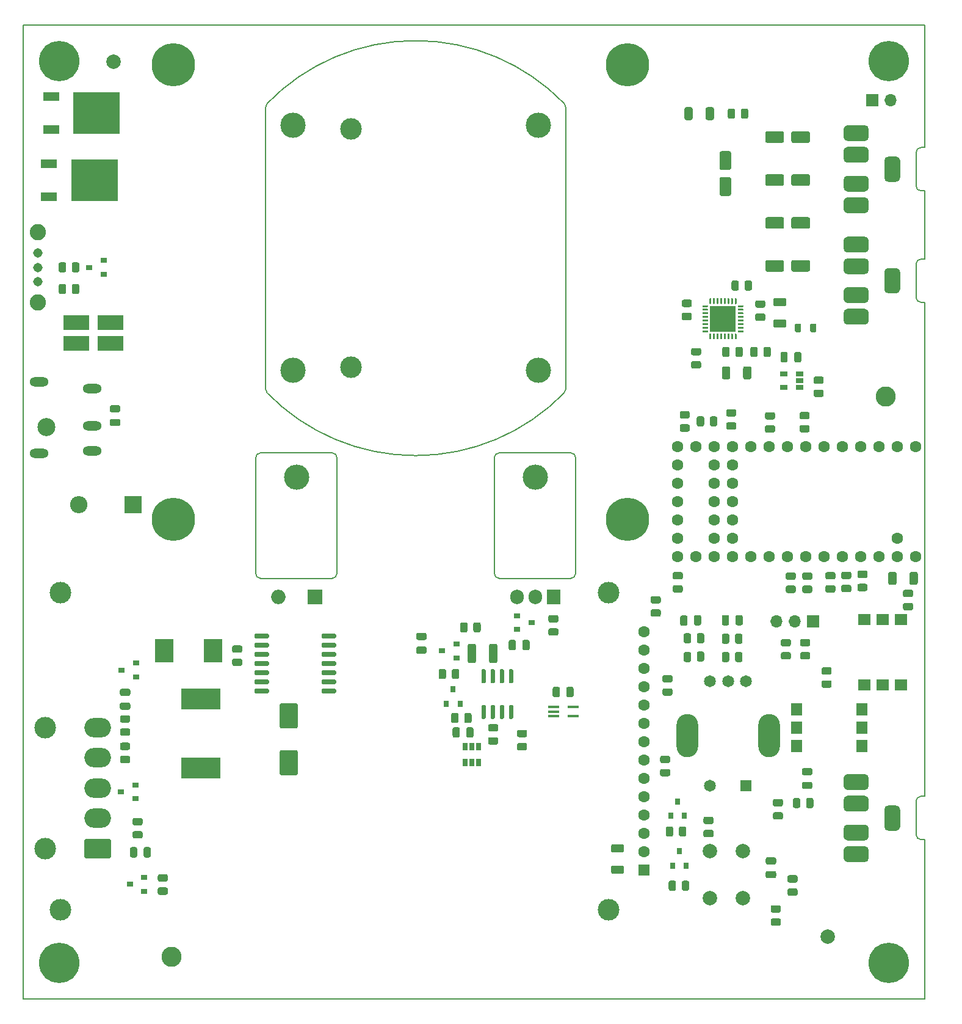
<source format=gbr>
%TF.GenerationSoftware,KiCad,Pcbnew,5.1.10-88a1d61d58~88~ubuntu20.04.1*%
%TF.CreationDate,2021-06-19T17:21:23-07:00*%
%TF.ProjectId,ultrablinky,756c7472-6162-46c6-996e-6b792e6b6963,B*%
%TF.SameCoordinates,Original*%
%TF.FileFunction,Soldermask,Top*%
%TF.FilePolarity,Negative*%
%FSLAX46Y46*%
G04 Gerber Fmt 4.6, Leading zero omitted, Abs format (unit mm)*
G04 Created by KiCad (PCBNEW 5.1.10-88a1d61d58~88~ubuntu20.04.1) date 2021-06-19 17:21:23*
%MOMM*%
%LPD*%
G01*
G04 APERTURE LIST*
%TA.AperFunction,Profile*%
%ADD10C,0.150000*%
%TD*%
%ADD11R,1.500000X0.400000*%
%ADD12R,1.780000X1.520000*%
%ADD13R,1.520000X1.780000*%
%ADD14C,3.000000*%
%ADD15O,3.700000X2.700000*%
%ADD16C,1.600000*%
%ADD17R,1.600000X1.600000*%
%ADD18O,2.400000X2.400000*%
%ADD19R,2.400000X2.400000*%
%ADD20R,0.900000X0.800000*%
%ADD21R,0.800000X0.900000*%
%ADD22O,2.616000X1.308000*%
%ADD23C,2.500000*%
%ADD24O,3.000000X6.000000*%
%ADD25C,1.650000*%
%ADD26R,1.650000X1.650000*%
%ADD27C,2.250000*%
%ADD28C,1.308000*%
%ADD29C,6.000000*%
%ADD30R,5.500000X3.000000*%
%ADD31O,2.000000X2.000000*%
%ADD32R,2.000000X2.000000*%
%ADD33O,3.500000X3.500000*%
%ADD34C,2.000000*%
%ADD35R,3.600000X3.600000*%
%ADD36R,1.060000X0.650000*%
%ADD37R,0.650000X1.060000*%
%ADD38C,2.800000*%
%ADD39O,1.905000X2.000000*%
%ADD40R,1.905000X2.000000*%
%ADD41R,6.400000X5.800000*%
%ADD42R,2.200000X1.200000*%
%ADD43O,1.700000X1.700000*%
%ADD44R,1.700000X1.700000*%
%ADD45C,5.600000*%
%ADD46R,3.660000X2.085000*%
%ADD47R,2.500000X3.300000*%
%ADD48C,3.500000*%
G04 APERTURE END LIST*
D10*
X178700000Y-142000000D02*
X178700000Y-164100000D01*
X178200000Y-142000000D02*
G75*
G02*
X177500000Y-141300000I0J700000D01*
G01*
X177500000Y-136700000D02*
G75*
G02*
X178200000Y-136000000I700000J0D01*
G01*
X177500000Y-136700000D02*
X177500000Y-141300000D01*
X178200000Y-142000000D02*
X178700000Y-142000000D01*
X178200000Y-136000000D02*
X178700000Y-136000000D01*
X178700000Y-67550000D02*
X178700000Y-136000000D01*
X178700000Y-61550000D02*
X178700000Y-52100000D01*
X177500000Y-62250000D02*
G75*
G02*
X178200000Y-61550000I700000J0D01*
G01*
X178200000Y-61550000D02*
X178700000Y-61550000D01*
X178200000Y-67550000D02*
G75*
G02*
X177500000Y-66850000I0J700000D01*
G01*
X178200000Y-67550000D02*
X178700000Y-67550000D01*
X177500000Y-62250000D02*
X177500000Y-66850000D01*
X178200000Y-52100000D02*
X178700000Y-52100000D01*
X178200000Y-46100000D02*
X178700000Y-46100000D01*
X177500000Y-46800000D02*
X177500000Y-51400000D01*
X178200000Y-52100000D02*
G75*
G02*
X177500000Y-51400000I0J700000D01*
G01*
X177500000Y-46800000D02*
G75*
G02*
X178200000Y-46100000I700000J0D01*
G01*
X87505025Y-80109975D02*
G75*
G02*
X87300000Y-79615000I494975J494975D01*
G01*
X128694975Y-39985025D02*
G75*
G02*
X128900000Y-40480000I-494975J-494975D01*
G01*
X87510025Y-39982025D02*
G75*
G03*
X87305000Y-40477000I494975J-494975D01*
G01*
X128694975Y-80104975D02*
G75*
G03*
X128900000Y-79610000I-494975J494975D01*
G01*
X130300000Y-105100000D02*
G75*
G02*
X129600000Y-105800000I-700000J0D01*
G01*
X119700000Y-105800000D02*
G75*
G02*
X119000000Y-105100000I0J700000D01*
G01*
X129600000Y-88400000D02*
G75*
G02*
X130300000Y-89100000I0J-700000D01*
G01*
X119000000Y-89100000D02*
G75*
G02*
X119700000Y-88400000I700000J0D01*
G01*
X85900000Y-89100000D02*
G75*
G02*
X86600000Y-88400000I700000J0D01*
G01*
X96500000Y-88400000D02*
G75*
G02*
X97200000Y-89100000I0J-700000D01*
G01*
X97200000Y-105100000D02*
G75*
G02*
X96500000Y-105800000I-700000J0D01*
G01*
X86600000Y-105800000D02*
G75*
G02*
X85900000Y-105100000I0J700000D01*
G01*
X119000000Y-105100000D02*
X119000000Y-89100000D01*
X129600000Y-105800000D02*
X119700000Y-105800000D01*
X129600000Y-88400000D02*
X119700000Y-88400000D01*
X130300000Y-105100000D02*
X130300000Y-89100000D01*
X96500000Y-105800000D02*
X86600000Y-105800000D01*
X97200000Y-105100000D02*
X97200000Y-89100000D01*
X96500000Y-88400000D02*
X86600000Y-88400000D01*
X85900000Y-105100000D02*
X85900000Y-89100000D01*
X128697474Y-80107415D02*
G75*
G02*
X87505025Y-80109975I-20597474J20107415D01*
G01*
X87300000Y-79615000D02*
X87305000Y-40477000D01*
X128900000Y-79610000D02*
X128900000Y-40480000D01*
X87508953Y-39980983D02*
G75*
G02*
X128694975Y-39985025I20591047J-20019017D01*
G01*
X53700000Y-29100000D02*
X178700000Y-29100000D01*
X53700000Y-164100000D02*
X178700000Y-164100000D01*
X178700000Y-46100000D02*
X178700000Y-29100000D01*
X53700000Y-164100000D02*
X53700000Y-29100000D01*
D11*
%TO.C,U7*%
X129930000Y-123600000D03*
X129930000Y-124900000D03*
X127270000Y-124900000D03*
X127270000Y-124250000D03*
X127270000Y-123600000D03*
%TD*%
%TO.C,C19*%
G36*
G01*
X108425000Y-115250000D02*
X109375000Y-115250000D01*
G75*
G02*
X109625000Y-115500000I0J-250000D01*
G01*
X109625000Y-116000000D01*
G75*
G02*
X109375000Y-116250000I-250000J0D01*
G01*
X108425000Y-116250000D01*
G75*
G02*
X108175000Y-116000000I0J250000D01*
G01*
X108175000Y-115500000D01*
G75*
G02*
X108425000Y-115250000I250000J0D01*
G01*
G37*
G36*
G01*
X108425000Y-113350000D02*
X109375000Y-113350000D01*
G75*
G02*
X109625000Y-113600000I0J-250000D01*
G01*
X109625000Y-114100000D01*
G75*
G02*
X109375000Y-114350000I-250000J0D01*
G01*
X108425000Y-114350000D01*
G75*
G02*
X108175000Y-114100000I0J250000D01*
G01*
X108175000Y-113600000D01*
G75*
G02*
X108425000Y-113350000I250000J0D01*
G01*
G37*
%TD*%
%TO.C,C23*%
G36*
G01*
X128100000Y-121075000D02*
X128100000Y-122025000D01*
G75*
G02*
X127850000Y-122275000I-250000J0D01*
G01*
X127350000Y-122275000D01*
G75*
G02*
X127100000Y-122025000I0J250000D01*
G01*
X127100000Y-121075000D01*
G75*
G02*
X127350000Y-120825000I250000J0D01*
G01*
X127850000Y-120825000D01*
G75*
G02*
X128100000Y-121075000I0J-250000D01*
G01*
G37*
G36*
G01*
X130000000Y-121075000D02*
X130000000Y-122025000D01*
G75*
G02*
X129750000Y-122275000I-250000J0D01*
G01*
X129250000Y-122275000D01*
G75*
G02*
X129000000Y-122025000I0J250000D01*
G01*
X129000000Y-121075000D01*
G75*
G02*
X129250000Y-120825000I250000J0D01*
G01*
X129750000Y-120825000D01*
G75*
G02*
X130000000Y-121075000I0J-250000D01*
G01*
G37*
%TD*%
%TO.C,C12*%
G36*
G01*
X160600000Y-75625000D02*
X160600000Y-74675000D01*
G75*
G02*
X160850000Y-74425000I250000J0D01*
G01*
X161350000Y-74425000D01*
G75*
G02*
X161600000Y-74675000I0J-250000D01*
G01*
X161600000Y-75625000D01*
G75*
G02*
X161350000Y-75875000I-250000J0D01*
G01*
X160850000Y-75875000D01*
G75*
G02*
X160600000Y-75625000I0J250000D01*
G01*
G37*
G36*
G01*
X158700000Y-75625000D02*
X158700000Y-74675000D01*
G75*
G02*
X158950000Y-74425000I250000J0D01*
G01*
X159450000Y-74425000D01*
G75*
G02*
X159700000Y-74675000I0J-250000D01*
G01*
X159700000Y-75625000D01*
G75*
G02*
X159450000Y-75875000I-250000J0D01*
G01*
X158950000Y-75875000D01*
G75*
G02*
X158700000Y-75625000I0J250000D01*
G01*
G37*
%TD*%
D12*
%TO.C,U4*%
X170335000Y-111515000D03*
X175415000Y-111515000D03*
X172875000Y-111515000D03*
X170335000Y-120535000D03*
X175415000Y-120535000D03*
X172875000Y-120535000D03*
%TD*%
D13*
%TO.C,U8*%
X160940000Y-129040000D03*
X160940000Y-123960000D03*
X160940000Y-126500000D03*
X169960000Y-129040000D03*
X169960000Y-123960000D03*
X169960000Y-126500000D03*
%TD*%
D14*
%TO.C,J7*%
X56684000Y-126456000D03*
X56684000Y-143256000D03*
D15*
X63984000Y-126456000D03*
X63984000Y-130656000D03*
X63984000Y-134856000D03*
X63984000Y-139056000D03*
G36*
G01*
X65583999Y-144606000D02*
X62384001Y-144606000D01*
G75*
G02*
X62134000Y-144355999I0J250001D01*
G01*
X62134000Y-142156001D01*
G75*
G02*
X62384001Y-141906000I250001J0D01*
G01*
X65583999Y-141906000D01*
G75*
G02*
X65834000Y-142156001I0J-250001D01*
G01*
X65834000Y-144355999D01*
G75*
G02*
X65583999Y-144606000I-250001J0D01*
G01*
G37*
%TD*%
D14*
%TO.C,DISP1*%
X58800000Y-107740000D03*
X58800000Y-151740000D03*
X134880000Y-107740000D03*
X134880000Y-151740000D03*
D16*
X139800000Y-113230000D03*
X139800000Y-115770000D03*
X139800000Y-118310000D03*
X139800000Y-120850000D03*
X139800000Y-123390000D03*
X139800000Y-125930000D03*
X139800000Y-128470000D03*
X139800000Y-131010000D03*
X139800000Y-133550000D03*
X139800000Y-136090000D03*
X139800000Y-138630000D03*
X139800000Y-141170000D03*
X139800000Y-143710000D03*
D17*
X139800000Y-146250000D03*
%TD*%
%TO.C,C20*%
G36*
G01*
X122000000Y-114575000D02*
X122000000Y-115525000D01*
G75*
G02*
X121750000Y-115775000I-250000J0D01*
G01*
X121250000Y-115775000D01*
G75*
G02*
X121000000Y-115525000I0J250000D01*
G01*
X121000000Y-114575000D01*
G75*
G02*
X121250000Y-114325000I250000J0D01*
G01*
X121750000Y-114325000D01*
G75*
G02*
X122000000Y-114575000I0J-250000D01*
G01*
G37*
G36*
G01*
X123900000Y-114575000D02*
X123900000Y-115525000D01*
G75*
G02*
X123650000Y-115775000I-250000J0D01*
G01*
X123150000Y-115775000D01*
G75*
G02*
X122900000Y-115525000I0J250000D01*
G01*
X122900000Y-114575000D01*
G75*
G02*
X123150000Y-114325000I250000J0D01*
G01*
X123650000Y-114325000D01*
G75*
G02*
X123900000Y-114575000I0J-250000D01*
G01*
G37*
%TD*%
D18*
%TO.C,C31*%
X61400000Y-95550000D03*
D19*
X68900000Y-95550000D03*
%TD*%
%TO.C,R15*%
G36*
G01*
X167374998Y-106700000D02*
X168275002Y-106700000D01*
G75*
G02*
X168525000Y-106949998I0J-249998D01*
G01*
X168525000Y-107475002D01*
G75*
G02*
X168275002Y-107725000I-249998J0D01*
G01*
X167374998Y-107725000D01*
G75*
G02*
X167125000Y-107475002I0J249998D01*
G01*
X167125000Y-106949998D01*
G75*
G02*
X167374998Y-106700000I249998J0D01*
G01*
G37*
G36*
G01*
X167374998Y-104875000D02*
X168275002Y-104875000D01*
G75*
G02*
X168525000Y-105124998I0J-249998D01*
G01*
X168525000Y-105650002D01*
G75*
G02*
X168275002Y-105900000I-249998J0D01*
G01*
X167374998Y-105900000D01*
G75*
G02*
X167125000Y-105650002I0J249998D01*
G01*
X167125000Y-105124998D01*
G75*
G02*
X167374998Y-104875000I249998J0D01*
G01*
G37*
%TD*%
%TO.C,R30*%
G36*
G01*
X114037500Y-124699998D02*
X114037500Y-125600002D01*
G75*
G02*
X113787502Y-125850000I-249998J0D01*
G01*
X113262498Y-125850000D01*
G75*
G02*
X113012500Y-125600002I0J249998D01*
G01*
X113012500Y-124699998D01*
G75*
G02*
X113262498Y-124450000I249998J0D01*
G01*
X113787502Y-124450000D01*
G75*
G02*
X114037500Y-124699998I0J-249998D01*
G01*
G37*
G36*
G01*
X115862500Y-124699998D02*
X115862500Y-125600002D01*
G75*
G02*
X115612502Y-125850000I-249998J0D01*
G01*
X115087498Y-125850000D01*
G75*
G02*
X114837500Y-125600002I0J249998D01*
G01*
X114837500Y-124699998D01*
G75*
G02*
X115087498Y-124450000I249998J0D01*
G01*
X115612502Y-124450000D01*
G75*
G02*
X115862500Y-124699998I0J-249998D01*
G01*
G37*
%TD*%
%TO.C,R32*%
G36*
G01*
X119300002Y-127012500D02*
X118399998Y-127012500D01*
G75*
G02*
X118150000Y-126762502I0J249998D01*
G01*
X118150000Y-126237498D01*
G75*
G02*
X118399998Y-125987500I249998J0D01*
G01*
X119300002Y-125987500D01*
G75*
G02*
X119550000Y-126237498I0J-249998D01*
G01*
X119550000Y-126762502D01*
G75*
G02*
X119300002Y-127012500I-249998J0D01*
G01*
G37*
G36*
G01*
X119300002Y-128837500D02*
X118399998Y-128837500D01*
G75*
G02*
X118150000Y-128587502I0J249998D01*
G01*
X118150000Y-128062498D01*
G75*
G02*
X118399998Y-127812500I249998J0D01*
G01*
X119300002Y-127812500D01*
G75*
G02*
X119550000Y-128062498I0J-249998D01*
G01*
X119550000Y-128587502D01*
G75*
G02*
X119300002Y-128837500I-249998J0D01*
G01*
G37*
%TD*%
%TO.C,R27*%
G36*
G01*
X112312500Y-118599998D02*
X112312500Y-119500002D01*
G75*
G02*
X112062502Y-119750000I-249998J0D01*
G01*
X111537498Y-119750000D01*
G75*
G02*
X111287500Y-119500002I0J249998D01*
G01*
X111287500Y-118599998D01*
G75*
G02*
X111537498Y-118350000I249998J0D01*
G01*
X112062502Y-118350000D01*
G75*
G02*
X112312500Y-118599998I0J-249998D01*
G01*
G37*
G36*
G01*
X114137500Y-118599998D02*
X114137500Y-119500002D01*
G75*
G02*
X113887502Y-119750000I-249998J0D01*
G01*
X113362498Y-119750000D01*
G75*
G02*
X113112500Y-119500002I0J249998D01*
G01*
X113112500Y-118599998D01*
G75*
G02*
X113362498Y-118350000I249998J0D01*
G01*
X113887502Y-118350000D01*
G75*
G02*
X114137500Y-118599998I0J-249998D01*
G01*
G37*
%TD*%
%TO.C,R14*%
G36*
G01*
X166075002Y-105950000D02*
X165174998Y-105950000D01*
G75*
G02*
X164925000Y-105700002I0J249998D01*
G01*
X164925000Y-105174998D01*
G75*
G02*
X165174998Y-104925000I249998J0D01*
G01*
X166075002Y-104925000D01*
G75*
G02*
X166325000Y-105174998I0J-249998D01*
G01*
X166325000Y-105700002D01*
G75*
G02*
X166075002Y-105950000I-249998J0D01*
G01*
G37*
G36*
G01*
X166075002Y-107775000D02*
X165174998Y-107775000D01*
G75*
G02*
X164925000Y-107525002I0J249998D01*
G01*
X164925000Y-106999998D01*
G75*
G02*
X165174998Y-106750000I249998J0D01*
G01*
X166075002Y-106750000D01*
G75*
G02*
X166325000Y-106999998I0J-249998D01*
G01*
X166325000Y-107525002D01*
G75*
G02*
X166075002Y-107775000I-249998J0D01*
G01*
G37*
%TD*%
D20*
%TO.C,Q3*%
X111750000Y-115850000D03*
X113750000Y-114900000D03*
X113750000Y-116800000D03*
%TD*%
D21*
%TO.C,D5*%
X113300000Y-121150000D03*
X114250000Y-123150000D03*
X112350000Y-123150000D03*
%TD*%
D20*
%TO.C,D2*%
X124200000Y-111950000D03*
X122200000Y-112900000D03*
X122200000Y-111000000D03*
%TD*%
%TO.C,C21*%
G36*
G01*
X118275000Y-117300001D02*
X118275000Y-115099999D01*
G75*
G02*
X118524999Y-114850000I249999J0D01*
G01*
X119175001Y-114850000D01*
G75*
G02*
X119425000Y-115099999I0J-249999D01*
G01*
X119425000Y-117300001D01*
G75*
G02*
X119175001Y-117550000I-249999J0D01*
G01*
X118524999Y-117550000D01*
G75*
G02*
X118275000Y-117300001I0J249999D01*
G01*
G37*
G36*
G01*
X115325000Y-117300001D02*
X115325000Y-115099999D01*
G75*
G02*
X115574999Y-114850000I249999J0D01*
G01*
X116225001Y-114850000D01*
G75*
G02*
X116475000Y-115099999I0J-249999D01*
G01*
X116475000Y-117300001D01*
G75*
G02*
X116225001Y-117550000I-249999J0D01*
G01*
X115574999Y-117550000D01*
G75*
G02*
X115325000Y-117300001I0J249999D01*
G01*
G37*
%TD*%
%TO.C,C22*%
G36*
G01*
X82899998Y-116912500D02*
X83800002Y-116912500D01*
G75*
G02*
X84050000Y-117162498I0J-249998D01*
G01*
X84050000Y-117687502D01*
G75*
G02*
X83800002Y-117937500I-249998J0D01*
G01*
X82899998Y-117937500D01*
G75*
G02*
X82650000Y-117687502I0J249998D01*
G01*
X82650000Y-117162498D01*
G75*
G02*
X82899998Y-116912500I249998J0D01*
G01*
G37*
G36*
G01*
X82899998Y-115087500D02*
X83800002Y-115087500D01*
G75*
G02*
X84050000Y-115337498I0J-249998D01*
G01*
X84050000Y-115862502D01*
G75*
G02*
X83800002Y-116112500I-249998J0D01*
G01*
X82899998Y-116112500D01*
G75*
G02*
X82650000Y-115862502I0J249998D01*
G01*
X82650000Y-115337498D01*
G75*
G02*
X82899998Y-115087500I249998J0D01*
G01*
G37*
%TD*%
%TO.C,C6*%
G36*
G01*
X160200000Y-63050000D02*
X160200000Y-61950000D01*
G75*
G02*
X160450000Y-61700000I250000J0D01*
G01*
X162550000Y-61700000D01*
G75*
G02*
X162800000Y-61950000I0J-250000D01*
G01*
X162800000Y-63050000D01*
G75*
G02*
X162550000Y-63300000I-250000J0D01*
G01*
X160450000Y-63300000D01*
G75*
G02*
X160200000Y-63050000I0J250000D01*
G01*
G37*
G36*
G01*
X156600000Y-63050000D02*
X156600000Y-61950000D01*
G75*
G02*
X156850000Y-61700000I250000J0D01*
G01*
X158950000Y-61700000D01*
G75*
G02*
X159200000Y-61950000I0J-250000D01*
G01*
X159200000Y-63050000D01*
G75*
G02*
X158950000Y-63300000I-250000J0D01*
G01*
X156850000Y-63300000D01*
G75*
G02*
X156600000Y-63050000I0J250000D01*
G01*
G37*
%TD*%
%TO.C,C5*%
G36*
G01*
X160200000Y-57100000D02*
X160200000Y-56000000D01*
G75*
G02*
X160450000Y-55750000I250000J0D01*
G01*
X162550000Y-55750000D01*
G75*
G02*
X162800000Y-56000000I0J-250000D01*
G01*
X162800000Y-57100000D01*
G75*
G02*
X162550000Y-57350000I-250000J0D01*
G01*
X160450000Y-57350000D01*
G75*
G02*
X160200000Y-57100000I0J250000D01*
G01*
G37*
G36*
G01*
X156600000Y-57100000D02*
X156600000Y-56000000D01*
G75*
G02*
X156850000Y-55750000I250000J0D01*
G01*
X158950000Y-55750000D01*
G75*
G02*
X159200000Y-56000000I0J-250000D01*
G01*
X159200000Y-57100000D01*
G75*
G02*
X158950000Y-57350000I-250000J0D01*
G01*
X156850000Y-57350000D01*
G75*
G02*
X156600000Y-57100000I0J250000D01*
G01*
G37*
%TD*%
%TO.C,C3*%
G36*
G01*
X151600000Y-49200000D02*
X150500000Y-49200000D01*
G75*
G02*
X150250000Y-48950000I0J250000D01*
G01*
X150250000Y-46850000D01*
G75*
G02*
X150500000Y-46600000I250000J0D01*
G01*
X151600000Y-46600000D01*
G75*
G02*
X151850000Y-46850000I0J-250000D01*
G01*
X151850000Y-48950000D01*
G75*
G02*
X151600000Y-49200000I-250000J0D01*
G01*
G37*
G36*
G01*
X151600000Y-52800000D02*
X150500000Y-52800000D01*
G75*
G02*
X150250000Y-52550000I0J250000D01*
G01*
X150250000Y-50450000D01*
G75*
G02*
X150500000Y-50200000I250000J0D01*
G01*
X151600000Y-50200000D01*
G75*
G02*
X151850000Y-50450000I0J-250000D01*
G01*
X151850000Y-52550000D01*
G75*
G02*
X151600000Y-52800000I-250000J0D01*
G01*
G37*
%TD*%
%TO.C,C4*%
G36*
G01*
X160200000Y-51150000D02*
X160200000Y-50050000D01*
G75*
G02*
X160450000Y-49800000I250000J0D01*
G01*
X162550000Y-49800000D01*
G75*
G02*
X162800000Y-50050000I0J-250000D01*
G01*
X162800000Y-51150000D01*
G75*
G02*
X162550000Y-51400000I-250000J0D01*
G01*
X160450000Y-51400000D01*
G75*
G02*
X160200000Y-51150000I0J250000D01*
G01*
G37*
G36*
G01*
X156600000Y-51150000D02*
X156600000Y-50050000D01*
G75*
G02*
X156850000Y-49800000I250000J0D01*
G01*
X158950000Y-49800000D01*
G75*
G02*
X159200000Y-50050000I0J-250000D01*
G01*
X159200000Y-51150000D01*
G75*
G02*
X158950000Y-51400000I-250000J0D01*
G01*
X156850000Y-51400000D01*
G75*
G02*
X156600000Y-51150000I0J250000D01*
G01*
G37*
%TD*%
%TO.C,C2*%
G36*
G01*
X160200000Y-45200000D02*
X160200000Y-44100000D01*
G75*
G02*
X160450000Y-43850000I250000J0D01*
G01*
X162550000Y-43850000D01*
G75*
G02*
X162800000Y-44100000I0J-250000D01*
G01*
X162800000Y-45200000D01*
G75*
G02*
X162550000Y-45450000I-250000J0D01*
G01*
X160450000Y-45450000D01*
G75*
G02*
X160200000Y-45200000I0J250000D01*
G01*
G37*
G36*
G01*
X156600000Y-45200000D02*
X156600000Y-44100000D01*
G75*
G02*
X156850000Y-43850000I250000J0D01*
G01*
X158950000Y-43850000D01*
G75*
G02*
X159200000Y-44100000I0J-250000D01*
G01*
X159200000Y-45200000D01*
G75*
G02*
X158950000Y-45450000I-250000J0D01*
G01*
X156850000Y-45450000D01*
G75*
G02*
X156600000Y-45200000I0J250000D01*
G01*
G37*
%TD*%
D22*
%TO.C,J4*%
X63200000Y-79500000D03*
X63200000Y-88100000D03*
X63200000Y-84700000D03*
X55900000Y-88500000D03*
D23*
X56900000Y-84800000D03*
D22*
X55900000Y-78600000D03*
%TD*%
D24*
%TO.C,SW2*%
X145750000Y-127550000D03*
X157150000Y-127550000D03*
D25*
X148950000Y-120050000D03*
X151450000Y-120050000D03*
X153950000Y-120050000D03*
X148950000Y-134550000D03*
D26*
X153950000Y-134550000D03*
%TD*%
D27*
%TO.C,SW1*%
X55700000Y-67550000D03*
X55700000Y-57850000D03*
D28*
X55700000Y-64700000D03*
X55700000Y-60700000D03*
X55700000Y-62700000D03*
%TD*%
D29*
%TO.C,HS1*%
X137500000Y-34600000D03*
X74500000Y-97600000D03*
X74500000Y-34600000D03*
X137500000Y-97600000D03*
%TD*%
%TO.C,C16*%
G36*
G01*
X174800000Y-105149999D02*
X174800000Y-106450001D01*
G75*
G02*
X174550001Y-106700000I-249999J0D01*
G01*
X173899999Y-106700000D01*
G75*
G02*
X173650000Y-106450001I0J249999D01*
G01*
X173650000Y-105149999D01*
G75*
G02*
X173899999Y-104900000I249999J0D01*
G01*
X174550001Y-104900000D01*
G75*
G02*
X174800000Y-105149999I0J-249999D01*
G01*
G37*
G36*
G01*
X177750000Y-105149999D02*
X177750000Y-106450001D01*
G75*
G02*
X177500001Y-106700000I-249999J0D01*
G01*
X176849999Y-106700000D01*
G75*
G02*
X176600000Y-106450001I0J249999D01*
G01*
X176600000Y-105149999D01*
G75*
G02*
X176849999Y-104900000I249999J0D01*
G01*
X177500001Y-104900000D01*
G75*
G02*
X177750000Y-105149999I0J-249999D01*
G01*
G37*
%TD*%
%TO.C,C29*%
G36*
G01*
X136750001Y-143800000D02*
X135449999Y-143800000D01*
G75*
G02*
X135200000Y-143550001I0J249999D01*
G01*
X135200000Y-142899999D01*
G75*
G02*
X135449999Y-142650000I249999J0D01*
G01*
X136750001Y-142650000D01*
G75*
G02*
X137000000Y-142899999I0J-249999D01*
G01*
X137000000Y-143550001D01*
G75*
G02*
X136750001Y-143800000I-249999J0D01*
G01*
G37*
G36*
G01*
X136750001Y-146750000D02*
X135449999Y-146750000D01*
G75*
G02*
X135200000Y-146500001I0J249999D01*
G01*
X135200000Y-145849999D01*
G75*
G02*
X135449999Y-145600000I249999J0D01*
G01*
X136750001Y-145600000D01*
G75*
G02*
X137000000Y-145849999I0J-249999D01*
G01*
X137000000Y-146500001D01*
G75*
G02*
X136750001Y-146750000I-249999J0D01*
G01*
G37*
%TD*%
D30*
%TO.C,L2*%
X78300000Y-132050000D03*
X78300000Y-122550000D03*
%TD*%
D31*
%TO.C,R45*%
X89020000Y-108400000D03*
D32*
X94100000Y-108400000D03*
D33*
X91560000Y-91740000D03*
%TD*%
%TO.C,U5*%
G36*
G01*
X87775000Y-121260000D02*
X87775000Y-121560000D01*
G75*
G02*
X87625000Y-121710000I-150000J0D01*
G01*
X85875000Y-121710000D01*
G75*
G02*
X85725000Y-121560000I0J150000D01*
G01*
X85725000Y-121260000D01*
G75*
G02*
X85875000Y-121110000I150000J0D01*
G01*
X87625000Y-121110000D01*
G75*
G02*
X87775000Y-121260000I0J-150000D01*
G01*
G37*
G36*
G01*
X87775000Y-119990000D02*
X87775000Y-120290000D01*
G75*
G02*
X87625000Y-120440000I-150000J0D01*
G01*
X85875000Y-120440000D01*
G75*
G02*
X85725000Y-120290000I0J150000D01*
G01*
X85725000Y-119990000D01*
G75*
G02*
X85875000Y-119840000I150000J0D01*
G01*
X87625000Y-119840000D01*
G75*
G02*
X87775000Y-119990000I0J-150000D01*
G01*
G37*
G36*
G01*
X87775000Y-118720000D02*
X87775000Y-119020000D01*
G75*
G02*
X87625000Y-119170000I-150000J0D01*
G01*
X85875000Y-119170000D01*
G75*
G02*
X85725000Y-119020000I0J150000D01*
G01*
X85725000Y-118720000D01*
G75*
G02*
X85875000Y-118570000I150000J0D01*
G01*
X87625000Y-118570000D01*
G75*
G02*
X87775000Y-118720000I0J-150000D01*
G01*
G37*
G36*
G01*
X87775000Y-117450000D02*
X87775000Y-117750000D01*
G75*
G02*
X87625000Y-117900000I-150000J0D01*
G01*
X85875000Y-117900000D01*
G75*
G02*
X85725000Y-117750000I0J150000D01*
G01*
X85725000Y-117450000D01*
G75*
G02*
X85875000Y-117300000I150000J0D01*
G01*
X87625000Y-117300000D01*
G75*
G02*
X87775000Y-117450000I0J-150000D01*
G01*
G37*
G36*
G01*
X87775000Y-116180000D02*
X87775000Y-116480000D01*
G75*
G02*
X87625000Y-116630000I-150000J0D01*
G01*
X85875000Y-116630000D01*
G75*
G02*
X85725000Y-116480000I0J150000D01*
G01*
X85725000Y-116180000D01*
G75*
G02*
X85875000Y-116030000I150000J0D01*
G01*
X87625000Y-116030000D01*
G75*
G02*
X87775000Y-116180000I0J-150000D01*
G01*
G37*
G36*
G01*
X87775000Y-114910000D02*
X87775000Y-115210000D01*
G75*
G02*
X87625000Y-115360000I-150000J0D01*
G01*
X85875000Y-115360000D01*
G75*
G02*
X85725000Y-115210000I0J150000D01*
G01*
X85725000Y-114910000D01*
G75*
G02*
X85875000Y-114760000I150000J0D01*
G01*
X87625000Y-114760000D01*
G75*
G02*
X87775000Y-114910000I0J-150000D01*
G01*
G37*
G36*
G01*
X87775000Y-113640000D02*
X87775000Y-113940000D01*
G75*
G02*
X87625000Y-114090000I-150000J0D01*
G01*
X85875000Y-114090000D01*
G75*
G02*
X85725000Y-113940000I0J150000D01*
G01*
X85725000Y-113640000D01*
G75*
G02*
X85875000Y-113490000I150000J0D01*
G01*
X87625000Y-113490000D01*
G75*
G02*
X87775000Y-113640000I0J-150000D01*
G01*
G37*
G36*
G01*
X97075000Y-113640000D02*
X97075000Y-113940000D01*
G75*
G02*
X96925000Y-114090000I-150000J0D01*
G01*
X95175000Y-114090000D01*
G75*
G02*
X95025000Y-113940000I0J150000D01*
G01*
X95025000Y-113640000D01*
G75*
G02*
X95175000Y-113490000I150000J0D01*
G01*
X96925000Y-113490000D01*
G75*
G02*
X97075000Y-113640000I0J-150000D01*
G01*
G37*
G36*
G01*
X97075000Y-114910000D02*
X97075000Y-115210000D01*
G75*
G02*
X96925000Y-115360000I-150000J0D01*
G01*
X95175000Y-115360000D01*
G75*
G02*
X95025000Y-115210000I0J150000D01*
G01*
X95025000Y-114910000D01*
G75*
G02*
X95175000Y-114760000I150000J0D01*
G01*
X96925000Y-114760000D01*
G75*
G02*
X97075000Y-114910000I0J-150000D01*
G01*
G37*
G36*
G01*
X97075000Y-116180000D02*
X97075000Y-116480000D01*
G75*
G02*
X96925000Y-116630000I-150000J0D01*
G01*
X95175000Y-116630000D01*
G75*
G02*
X95025000Y-116480000I0J150000D01*
G01*
X95025000Y-116180000D01*
G75*
G02*
X95175000Y-116030000I150000J0D01*
G01*
X96925000Y-116030000D01*
G75*
G02*
X97075000Y-116180000I0J-150000D01*
G01*
G37*
G36*
G01*
X97075000Y-117450000D02*
X97075000Y-117750000D01*
G75*
G02*
X96925000Y-117900000I-150000J0D01*
G01*
X95175000Y-117900000D01*
G75*
G02*
X95025000Y-117750000I0J150000D01*
G01*
X95025000Y-117450000D01*
G75*
G02*
X95175000Y-117300000I150000J0D01*
G01*
X96925000Y-117300000D01*
G75*
G02*
X97075000Y-117450000I0J-150000D01*
G01*
G37*
G36*
G01*
X97075000Y-118720000D02*
X97075000Y-119020000D01*
G75*
G02*
X96925000Y-119170000I-150000J0D01*
G01*
X95175000Y-119170000D01*
G75*
G02*
X95025000Y-119020000I0J150000D01*
G01*
X95025000Y-118720000D01*
G75*
G02*
X95175000Y-118570000I150000J0D01*
G01*
X96925000Y-118570000D01*
G75*
G02*
X97075000Y-118720000I0J-150000D01*
G01*
G37*
G36*
G01*
X97075000Y-119990000D02*
X97075000Y-120290000D01*
G75*
G02*
X96925000Y-120440000I-150000J0D01*
G01*
X95175000Y-120440000D01*
G75*
G02*
X95025000Y-120290000I0J150000D01*
G01*
X95025000Y-119990000D01*
G75*
G02*
X95175000Y-119840000I150000J0D01*
G01*
X96925000Y-119840000D01*
G75*
G02*
X97075000Y-119990000I0J-150000D01*
G01*
G37*
G36*
G01*
X97075000Y-121260000D02*
X97075000Y-121560000D01*
G75*
G02*
X96925000Y-121710000I-150000J0D01*
G01*
X95175000Y-121710000D01*
G75*
G02*
X95025000Y-121560000I0J150000D01*
G01*
X95025000Y-121260000D01*
G75*
G02*
X95175000Y-121110000I150000J0D01*
G01*
X96925000Y-121110000D01*
G75*
G02*
X97075000Y-121260000I0J-150000D01*
G01*
G37*
%TD*%
%TO.C,J3*%
G36*
G01*
X170950000Y-66000000D02*
X170950000Y-67100000D01*
G75*
G02*
X170400000Y-67650000I-550000J0D01*
G01*
X168000000Y-67650000D01*
G75*
G02*
X167450000Y-67100000I0J550000D01*
G01*
X167450000Y-66000000D01*
G75*
G02*
X168000000Y-65450000I550000J0D01*
G01*
X170400000Y-65450000D01*
G75*
G02*
X170950000Y-66000000I0J-550000D01*
G01*
G37*
G36*
G01*
X170950000Y-62000000D02*
X170950000Y-63100000D01*
G75*
G02*
X170400000Y-63650000I-550000J0D01*
G01*
X168000000Y-63650000D01*
G75*
G02*
X167450000Y-63100000I0J550000D01*
G01*
X167450000Y-62000000D01*
G75*
G02*
X168000000Y-61450000I550000J0D01*
G01*
X170400000Y-61450000D01*
G75*
G02*
X170950000Y-62000000I0J-550000D01*
G01*
G37*
G36*
G01*
X170950000Y-69000000D02*
X170950000Y-70100000D01*
G75*
G02*
X170400000Y-70650000I-550000J0D01*
G01*
X168000000Y-70650000D01*
G75*
G02*
X167450000Y-70100000I0J550000D01*
G01*
X167450000Y-69000000D01*
G75*
G02*
X168000000Y-68450000I550000J0D01*
G01*
X170400000Y-68450000D01*
G75*
G02*
X170950000Y-69000000I0J-550000D01*
G01*
G37*
G36*
G01*
X170950000Y-59000000D02*
X170950000Y-60100000D01*
G75*
G02*
X170400000Y-60650000I-550000J0D01*
G01*
X168000000Y-60650000D01*
G75*
G02*
X167450000Y-60100000I0J550000D01*
G01*
X167450000Y-59000000D01*
G75*
G02*
X168000000Y-58450000I550000J0D01*
G01*
X170400000Y-58450000D01*
G75*
G02*
X170950000Y-59000000I0J-550000D01*
G01*
G37*
G36*
G01*
X175300000Y-63350000D02*
X175300000Y-65750000D01*
G75*
G02*
X174750000Y-66300000I-550000J0D01*
G01*
X173650000Y-66300000D01*
G75*
G02*
X173100000Y-65750000I0J550000D01*
G01*
X173100000Y-63350000D01*
G75*
G02*
X173650000Y-62800000I550000J0D01*
G01*
X174750000Y-62800000D01*
G75*
G02*
X175300000Y-63350000I0J-550000D01*
G01*
G37*
%TD*%
%TO.C,J6*%
G36*
G01*
X170950000Y-140475000D02*
X170950000Y-141575000D01*
G75*
G02*
X170400000Y-142125000I-550000J0D01*
G01*
X168000000Y-142125000D01*
G75*
G02*
X167450000Y-141575000I0J550000D01*
G01*
X167450000Y-140475000D01*
G75*
G02*
X168000000Y-139925000I550000J0D01*
G01*
X170400000Y-139925000D01*
G75*
G02*
X170950000Y-140475000I0J-550000D01*
G01*
G37*
G36*
G01*
X170950000Y-136475000D02*
X170950000Y-137575000D01*
G75*
G02*
X170400000Y-138125000I-550000J0D01*
G01*
X168000000Y-138125000D01*
G75*
G02*
X167450000Y-137575000I0J550000D01*
G01*
X167450000Y-136475000D01*
G75*
G02*
X168000000Y-135925000I550000J0D01*
G01*
X170400000Y-135925000D01*
G75*
G02*
X170950000Y-136475000I0J-550000D01*
G01*
G37*
G36*
G01*
X170950000Y-143475000D02*
X170950000Y-144575000D01*
G75*
G02*
X170400000Y-145125000I-550000J0D01*
G01*
X168000000Y-145125000D01*
G75*
G02*
X167450000Y-144575000I0J550000D01*
G01*
X167450000Y-143475000D01*
G75*
G02*
X168000000Y-142925000I550000J0D01*
G01*
X170400000Y-142925000D01*
G75*
G02*
X170950000Y-143475000I0J-550000D01*
G01*
G37*
G36*
G01*
X170950000Y-133475000D02*
X170950000Y-134575000D01*
G75*
G02*
X170400000Y-135125000I-550000J0D01*
G01*
X168000000Y-135125000D01*
G75*
G02*
X167450000Y-134575000I0J550000D01*
G01*
X167450000Y-133475000D01*
G75*
G02*
X168000000Y-132925000I550000J0D01*
G01*
X170400000Y-132925000D01*
G75*
G02*
X170950000Y-133475000I0J-550000D01*
G01*
G37*
G36*
G01*
X175300000Y-137825000D02*
X175300000Y-140225000D01*
G75*
G02*
X174750000Y-140775000I-550000J0D01*
G01*
X173650000Y-140775000D01*
G75*
G02*
X173100000Y-140225000I0J550000D01*
G01*
X173100000Y-137825000D01*
G75*
G02*
X173650000Y-137275000I550000J0D01*
G01*
X174750000Y-137275000D01*
G75*
G02*
X175300000Y-137825000I0J-550000D01*
G01*
G37*
%TD*%
%TO.C,J2*%
G36*
G01*
X170950000Y-50550000D02*
X170950000Y-51650000D01*
G75*
G02*
X170400000Y-52200000I-550000J0D01*
G01*
X168000000Y-52200000D01*
G75*
G02*
X167450000Y-51650000I0J550000D01*
G01*
X167450000Y-50550000D01*
G75*
G02*
X168000000Y-50000000I550000J0D01*
G01*
X170400000Y-50000000D01*
G75*
G02*
X170950000Y-50550000I0J-550000D01*
G01*
G37*
G36*
G01*
X170950000Y-46550000D02*
X170950000Y-47650000D01*
G75*
G02*
X170400000Y-48200000I-550000J0D01*
G01*
X168000000Y-48200000D01*
G75*
G02*
X167450000Y-47650000I0J550000D01*
G01*
X167450000Y-46550000D01*
G75*
G02*
X168000000Y-46000000I550000J0D01*
G01*
X170400000Y-46000000D01*
G75*
G02*
X170950000Y-46550000I0J-550000D01*
G01*
G37*
G36*
G01*
X170950000Y-53550000D02*
X170950000Y-54650000D01*
G75*
G02*
X170400000Y-55200000I-550000J0D01*
G01*
X168000000Y-55200000D01*
G75*
G02*
X167450000Y-54650000I0J550000D01*
G01*
X167450000Y-53550000D01*
G75*
G02*
X168000000Y-53000000I550000J0D01*
G01*
X170400000Y-53000000D01*
G75*
G02*
X170950000Y-53550000I0J-550000D01*
G01*
G37*
G36*
G01*
X170950000Y-43550000D02*
X170950000Y-44650000D01*
G75*
G02*
X170400000Y-45200000I-550000J0D01*
G01*
X168000000Y-45200000D01*
G75*
G02*
X167450000Y-44650000I0J550000D01*
G01*
X167450000Y-43550000D01*
G75*
G02*
X168000000Y-43000000I550000J0D01*
G01*
X170400000Y-43000000D01*
G75*
G02*
X170950000Y-43550000I0J-550000D01*
G01*
G37*
G36*
G01*
X175300000Y-47900000D02*
X175300000Y-50300000D01*
G75*
G02*
X174750000Y-50850000I-550000J0D01*
G01*
X173650000Y-50850000D01*
G75*
G02*
X173100000Y-50300000I0J550000D01*
G01*
X173100000Y-47900000D01*
G75*
G02*
X173650000Y-47350000I550000J0D01*
G01*
X174750000Y-47350000D01*
G75*
G02*
X175300000Y-47900000I0J-550000D01*
G01*
G37*
%TD*%
D34*
%TO.C,SW3*%
X148950000Y-143600000D03*
X153450000Y-143600000D03*
X148950000Y-150100000D03*
X153450000Y-150100000D03*
%TD*%
D35*
%TO.C,U1*%
X150725000Y-69825000D03*
G36*
G01*
X152600000Y-71937500D02*
X152600000Y-72612500D01*
G75*
G02*
X152537500Y-72675000I-62500J0D01*
G01*
X152412500Y-72675000D01*
G75*
G02*
X152350000Y-72612500I0J62500D01*
G01*
X152350000Y-71937500D01*
G75*
G02*
X152412500Y-71875000I62500J0D01*
G01*
X152537500Y-71875000D01*
G75*
G02*
X152600000Y-71937500I0J-62500D01*
G01*
G37*
G36*
G01*
X152100000Y-71937500D02*
X152100000Y-72612500D01*
G75*
G02*
X152037500Y-72675000I-62500J0D01*
G01*
X151912500Y-72675000D01*
G75*
G02*
X151850000Y-72612500I0J62500D01*
G01*
X151850000Y-71937500D01*
G75*
G02*
X151912500Y-71875000I62500J0D01*
G01*
X152037500Y-71875000D01*
G75*
G02*
X152100000Y-71937500I0J-62500D01*
G01*
G37*
G36*
G01*
X151600000Y-71937500D02*
X151600000Y-72612500D01*
G75*
G02*
X151537500Y-72675000I-62500J0D01*
G01*
X151412500Y-72675000D01*
G75*
G02*
X151350000Y-72612500I0J62500D01*
G01*
X151350000Y-71937500D01*
G75*
G02*
X151412500Y-71875000I62500J0D01*
G01*
X151537500Y-71875000D01*
G75*
G02*
X151600000Y-71937500I0J-62500D01*
G01*
G37*
G36*
G01*
X151100000Y-71937500D02*
X151100000Y-72612500D01*
G75*
G02*
X151037500Y-72675000I-62500J0D01*
G01*
X150912500Y-72675000D01*
G75*
G02*
X150850000Y-72612500I0J62500D01*
G01*
X150850000Y-71937500D01*
G75*
G02*
X150912500Y-71875000I62500J0D01*
G01*
X151037500Y-71875000D01*
G75*
G02*
X151100000Y-71937500I0J-62500D01*
G01*
G37*
G36*
G01*
X150600000Y-71937500D02*
X150600000Y-72612500D01*
G75*
G02*
X150537500Y-72675000I-62500J0D01*
G01*
X150412500Y-72675000D01*
G75*
G02*
X150350000Y-72612500I0J62500D01*
G01*
X150350000Y-71937500D01*
G75*
G02*
X150412500Y-71875000I62500J0D01*
G01*
X150537500Y-71875000D01*
G75*
G02*
X150600000Y-71937500I0J-62500D01*
G01*
G37*
G36*
G01*
X150100000Y-71937500D02*
X150100000Y-72612500D01*
G75*
G02*
X150037500Y-72675000I-62500J0D01*
G01*
X149912500Y-72675000D01*
G75*
G02*
X149850000Y-72612500I0J62500D01*
G01*
X149850000Y-71937500D01*
G75*
G02*
X149912500Y-71875000I62500J0D01*
G01*
X150037500Y-71875000D01*
G75*
G02*
X150100000Y-71937500I0J-62500D01*
G01*
G37*
G36*
G01*
X149600000Y-71937500D02*
X149600000Y-72612500D01*
G75*
G02*
X149537500Y-72675000I-62500J0D01*
G01*
X149412500Y-72675000D01*
G75*
G02*
X149350000Y-72612500I0J62500D01*
G01*
X149350000Y-71937500D01*
G75*
G02*
X149412500Y-71875000I62500J0D01*
G01*
X149537500Y-71875000D01*
G75*
G02*
X149600000Y-71937500I0J-62500D01*
G01*
G37*
G36*
G01*
X149100000Y-71937500D02*
X149100000Y-72612500D01*
G75*
G02*
X149037500Y-72675000I-62500J0D01*
G01*
X148912500Y-72675000D01*
G75*
G02*
X148850000Y-72612500I0J62500D01*
G01*
X148850000Y-71937500D01*
G75*
G02*
X148912500Y-71875000I62500J0D01*
G01*
X149037500Y-71875000D01*
G75*
G02*
X149100000Y-71937500I0J-62500D01*
G01*
G37*
G36*
G01*
X148675000Y-71512500D02*
X148675000Y-71637500D01*
G75*
G02*
X148612500Y-71700000I-62500J0D01*
G01*
X147937500Y-71700000D01*
G75*
G02*
X147875000Y-71637500I0J62500D01*
G01*
X147875000Y-71512500D01*
G75*
G02*
X147937500Y-71450000I62500J0D01*
G01*
X148612500Y-71450000D01*
G75*
G02*
X148675000Y-71512500I0J-62500D01*
G01*
G37*
G36*
G01*
X148675000Y-71012500D02*
X148675000Y-71137500D01*
G75*
G02*
X148612500Y-71200000I-62500J0D01*
G01*
X147937500Y-71200000D01*
G75*
G02*
X147875000Y-71137500I0J62500D01*
G01*
X147875000Y-71012500D01*
G75*
G02*
X147937500Y-70950000I62500J0D01*
G01*
X148612500Y-70950000D01*
G75*
G02*
X148675000Y-71012500I0J-62500D01*
G01*
G37*
G36*
G01*
X148675000Y-70512500D02*
X148675000Y-70637500D01*
G75*
G02*
X148612500Y-70700000I-62500J0D01*
G01*
X147937500Y-70700000D01*
G75*
G02*
X147875000Y-70637500I0J62500D01*
G01*
X147875000Y-70512500D01*
G75*
G02*
X147937500Y-70450000I62500J0D01*
G01*
X148612500Y-70450000D01*
G75*
G02*
X148675000Y-70512500I0J-62500D01*
G01*
G37*
G36*
G01*
X148675000Y-70012500D02*
X148675000Y-70137500D01*
G75*
G02*
X148612500Y-70200000I-62500J0D01*
G01*
X147937500Y-70200000D01*
G75*
G02*
X147875000Y-70137500I0J62500D01*
G01*
X147875000Y-70012500D01*
G75*
G02*
X147937500Y-69950000I62500J0D01*
G01*
X148612500Y-69950000D01*
G75*
G02*
X148675000Y-70012500I0J-62500D01*
G01*
G37*
G36*
G01*
X148675000Y-69512500D02*
X148675000Y-69637500D01*
G75*
G02*
X148612500Y-69700000I-62500J0D01*
G01*
X147937500Y-69700000D01*
G75*
G02*
X147875000Y-69637500I0J62500D01*
G01*
X147875000Y-69512500D01*
G75*
G02*
X147937500Y-69450000I62500J0D01*
G01*
X148612500Y-69450000D01*
G75*
G02*
X148675000Y-69512500I0J-62500D01*
G01*
G37*
G36*
G01*
X148675000Y-69012500D02*
X148675000Y-69137500D01*
G75*
G02*
X148612500Y-69200000I-62500J0D01*
G01*
X147937500Y-69200000D01*
G75*
G02*
X147875000Y-69137500I0J62500D01*
G01*
X147875000Y-69012500D01*
G75*
G02*
X147937500Y-68950000I62500J0D01*
G01*
X148612500Y-68950000D01*
G75*
G02*
X148675000Y-69012500I0J-62500D01*
G01*
G37*
G36*
G01*
X148675000Y-68512500D02*
X148675000Y-68637500D01*
G75*
G02*
X148612500Y-68700000I-62500J0D01*
G01*
X147937500Y-68700000D01*
G75*
G02*
X147875000Y-68637500I0J62500D01*
G01*
X147875000Y-68512500D01*
G75*
G02*
X147937500Y-68450000I62500J0D01*
G01*
X148612500Y-68450000D01*
G75*
G02*
X148675000Y-68512500I0J-62500D01*
G01*
G37*
G36*
G01*
X148675000Y-68012500D02*
X148675000Y-68137500D01*
G75*
G02*
X148612500Y-68200000I-62500J0D01*
G01*
X147937500Y-68200000D01*
G75*
G02*
X147875000Y-68137500I0J62500D01*
G01*
X147875000Y-68012500D01*
G75*
G02*
X147937500Y-67950000I62500J0D01*
G01*
X148612500Y-67950000D01*
G75*
G02*
X148675000Y-68012500I0J-62500D01*
G01*
G37*
G36*
G01*
X149100000Y-67037500D02*
X149100000Y-67712500D01*
G75*
G02*
X149037500Y-67775000I-62500J0D01*
G01*
X148912500Y-67775000D01*
G75*
G02*
X148850000Y-67712500I0J62500D01*
G01*
X148850000Y-67037500D01*
G75*
G02*
X148912500Y-66975000I62500J0D01*
G01*
X149037500Y-66975000D01*
G75*
G02*
X149100000Y-67037500I0J-62500D01*
G01*
G37*
G36*
G01*
X149600000Y-67037500D02*
X149600000Y-67712500D01*
G75*
G02*
X149537500Y-67775000I-62500J0D01*
G01*
X149412500Y-67775000D01*
G75*
G02*
X149350000Y-67712500I0J62500D01*
G01*
X149350000Y-67037500D01*
G75*
G02*
X149412500Y-66975000I62500J0D01*
G01*
X149537500Y-66975000D01*
G75*
G02*
X149600000Y-67037500I0J-62500D01*
G01*
G37*
G36*
G01*
X150100000Y-67037500D02*
X150100000Y-67712500D01*
G75*
G02*
X150037500Y-67775000I-62500J0D01*
G01*
X149912500Y-67775000D01*
G75*
G02*
X149850000Y-67712500I0J62500D01*
G01*
X149850000Y-67037500D01*
G75*
G02*
X149912500Y-66975000I62500J0D01*
G01*
X150037500Y-66975000D01*
G75*
G02*
X150100000Y-67037500I0J-62500D01*
G01*
G37*
G36*
G01*
X150600000Y-67037500D02*
X150600000Y-67712500D01*
G75*
G02*
X150537500Y-67775000I-62500J0D01*
G01*
X150412500Y-67775000D01*
G75*
G02*
X150350000Y-67712500I0J62500D01*
G01*
X150350000Y-67037500D01*
G75*
G02*
X150412500Y-66975000I62500J0D01*
G01*
X150537500Y-66975000D01*
G75*
G02*
X150600000Y-67037500I0J-62500D01*
G01*
G37*
G36*
G01*
X151100000Y-67037500D02*
X151100000Y-67712500D01*
G75*
G02*
X151037500Y-67775000I-62500J0D01*
G01*
X150912500Y-67775000D01*
G75*
G02*
X150850000Y-67712500I0J62500D01*
G01*
X150850000Y-67037500D01*
G75*
G02*
X150912500Y-66975000I62500J0D01*
G01*
X151037500Y-66975000D01*
G75*
G02*
X151100000Y-67037500I0J-62500D01*
G01*
G37*
G36*
G01*
X151600000Y-67037500D02*
X151600000Y-67712500D01*
G75*
G02*
X151537500Y-67775000I-62500J0D01*
G01*
X151412500Y-67775000D01*
G75*
G02*
X151350000Y-67712500I0J62500D01*
G01*
X151350000Y-67037500D01*
G75*
G02*
X151412500Y-66975000I62500J0D01*
G01*
X151537500Y-66975000D01*
G75*
G02*
X151600000Y-67037500I0J-62500D01*
G01*
G37*
G36*
G01*
X152100000Y-67037500D02*
X152100000Y-67712500D01*
G75*
G02*
X152037500Y-67775000I-62500J0D01*
G01*
X151912500Y-67775000D01*
G75*
G02*
X151850000Y-67712500I0J62500D01*
G01*
X151850000Y-67037500D01*
G75*
G02*
X151912500Y-66975000I62500J0D01*
G01*
X152037500Y-66975000D01*
G75*
G02*
X152100000Y-67037500I0J-62500D01*
G01*
G37*
G36*
G01*
X152600000Y-67037500D02*
X152600000Y-67712500D01*
G75*
G02*
X152537500Y-67775000I-62500J0D01*
G01*
X152412500Y-67775000D01*
G75*
G02*
X152350000Y-67712500I0J62500D01*
G01*
X152350000Y-67037500D01*
G75*
G02*
X152412500Y-66975000I62500J0D01*
G01*
X152537500Y-66975000D01*
G75*
G02*
X152600000Y-67037500I0J-62500D01*
G01*
G37*
G36*
G01*
X153575000Y-68012500D02*
X153575000Y-68137500D01*
G75*
G02*
X153512500Y-68200000I-62500J0D01*
G01*
X152837500Y-68200000D01*
G75*
G02*
X152775000Y-68137500I0J62500D01*
G01*
X152775000Y-68012500D01*
G75*
G02*
X152837500Y-67950000I62500J0D01*
G01*
X153512500Y-67950000D01*
G75*
G02*
X153575000Y-68012500I0J-62500D01*
G01*
G37*
G36*
G01*
X153575000Y-68512500D02*
X153575000Y-68637500D01*
G75*
G02*
X153512500Y-68700000I-62500J0D01*
G01*
X152837500Y-68700000D01*
G75*
G02*
X152775000Y-68637500I0J62500D01*
G01*
X152775000Y-68512500D01*
G75*
G02*
X152837500Y-68450000I62500J0D01*
G01*
X153512500Y-68450000D01*
G75*
G02*
X153575000Y-68512500I0J-62500D01*
G01*
G37*
G36*
G01*
X153575000Y-69012500D02*
X153575000Y-69137500D01*
G75*
G02*
X153512500Y-69200000I-62500J0D01*
G01*
X152837500Y-69200000D01*
G75*
G02*
X152775000Y-69137500I0J62500D01*
G01*
X152775000Y-69012500D01*
G75*
G02*
X152837500Y-68950000I62500J0D01*
G01*
X153512500Y-68950000D01*
G75*
G02*
X153575000Y-69012500I0J-62500D01*
G01*
G37*
G36*
G01*
X153575000Y-69512500D02*
X153575000Y-69637500D01*
G75*
G02*
X153512500Y-69700000I-62500J0D01*
G01*
X152837500Y-69700000D01*
G75*
G02*
X152775000Y-69637500I0J62500D01*
G01*
X152775000Y-69512500D01*
G75*
G02*
X152837500Y-69450000I62500J0D01*
G01*
X153512500Y-69450000D01*
G75*
G02*
X153575000Y-69512500I0J-62500D01*
G01*
G37*
G36*
G01*
X153575000Y-70012500D02*
X153575000Y-70137500D01*
G75*
G02*
X153512500Y-70200000I-62500J0D01*
G01*
X152837500Y-70200000D01*
G75*
G02*
X152775000Y-70137500I0J62500D01*
G01*
X152775000Y-70012500D01*
G75*
G02*
X152837500Y-69950000I62500J0D01*
G01*
X153512500Y-69950000D01*
G75*
G02*
X153575000Y-70012500I0J-62500D01*
G01*
G37*
G36*
G01*
X153575000Y-70512500D02*
X153575000Y-70637500D01*
G75*
G02*
X153512500Y-70700000I-62500J0D01*
G01*
X152837500Y-70700000D01*
G75*
G02*
X152775000Y-70637500I0J62500D01*
G01*
X152775000Y-70512500D01*
G75*
G02*
X152837500Y-70450000I62500J0D01*
G01*
X153512500Y-70450000D01*
G75*
G02*
X153575000Y-70512500I0J-62500D01*
G01*
G37*
G36*
G01*
X153575000Y-71012500D02*
X153575000Y-71137500D01*
G75*
G02*
X153512500Y-71200000I-62500J0D01*
G01*
X152837500Y-71200000D01*
G75*
G02*
X152775000Y-71137500I0J62500D01*
G01*
X152775000Y-71012500D01*
G75*
G02*
X152837500Y-70950000I62500J0D01*
G01*
X153512500Y-70950000D01*
G75*
G02*
X153575000Y-71012500I0J-62500D01*
G01*
G37*
G36*
G01*
X153575000Y-71512500D02*
X153575000Y-71637500D01*
G75*
G02*
X153512500Y-71700000I-62500J0D01*
G01*
X152837500Y-71700000D01*
G75*
G02*
X152775000Y-71637500I0J62500D01*
G01*
X152775000Y-71512500D01*
G75*
G02*
X152837500Y-71450000I62500J0D01*
G01*
X153512500Y-71450000D01*
G75*
G02*
X153575000Y-71512500I0J-62500D01*
G01*
G37*
%TD*%
D36*
%TO.C,U2*%
X159200000Y-79350000D03*
X159200000Y-77450000D03*
X161400000Y-77450000D03*
X161400000Y-78400000D03*
X161400000Y-79350000D03*
%TD*%
%TO.C,U6*%
G36*
G01*
X117670000Y-120350000D02*
X117370000Y-120350000D01*
G75*
G02*
X117220000Y-120200000I0J150000D01*
G01*
X117220000Y-118550000D01*
G75*
G02*
X117370000Y-118400000I150000J0D01*
G01*
X117670000Y-118400000D01*
G75*
G02*
X117820000Y-118550000I0J-150000D01*
G01*
X117820000Y-120200000D01*
G75*
G02*
X117670000Y-120350000I-150000J0D01*
G01*
G37*
G36*
G01*
X118940000Y-120350000D02*
X118640000Y-120350000D01*
G75*
G02*
X118490000Y-120200000I0J150000D01*
G01*
X118490000Y-118550000D01*
G75*
G02*
X118640000Y-118400000I150000J0D01*
G01*
X118940000Y-118400000D01*
G75*
G02*
X119090000Y-118550000I0J-150000D01*
G01*
X119090000Y-120200000D01*
G75*
G02*
X118940000Y-120350000I-150000J0D01*
G01*
G37*
G36*
G01*
X120210000Y-120350000D02*
X119910000Y-120350000D01*
G75*
G02*
X119760000Y-120200000I0J150000D01*
G01*
X119760000Y-118550000D01*
G75*
G02*
X119910000Y-118400000I150000J0D01*
G01*
X120210000Y-118400000D01*
G75*
G02*
X120360000Y-118550000I0J-150000D01*
G01*
X120360000Y-120200000D01*
G75*
G02*
X120210000Y-120350000I-150000J0D01*
G01*
G37*
G36*
G01*
X121480000Y-120350000D02*
X121180000Y-120350000D01*
G75*
G02*
X121030000Y-120200000I0J150000D01*
G01*
X121030000Y-118550000D01*
G75*
G02*
X121180000Y-118400000I150000J0D01*
G01*
X121480000Y-118400000D01*
G75*
G02*
X121630000Y-118550000I0J-150000D01*
G01*
X121630000Y-120200000D01*
G75*
G02*
X121480000Y-120350000I-150000J0D01*
G01*
G37*
G36*
G01*
X121480000Y-125300000D02*
X121180000Y-125300000D01*
G75*
G02*
X121030000Y-125150000I0J150000D01*
G01*
X121030000Y-123500000D01*
G75*
G02*
X121180000Y-123350000I150000J0D01*
G01*
X121480000Y-123350000D01*
G75*
G02*
X121630000Y-123500000I0J-150000D01*
G01*
X121630000Y-125150000D01*
G75*
G02*
X121480000Y-125300000I-150000J0D01*
G01*
G37*
G36*
G01*
X120210000Y-125300000D02*
X119910000Y-125300000D01*
G75*
G02*
X119760000Y-125150000I0J150000D01*
G01*
X119760000Y-123500000D01*
G75*
G02*
X119910000Y-123350000I150000J0D01*
G01*
X120210000Y-123350000D01*
G75*
G02*
X120360000Y-123500000I0J-150000D01*
G01*
X120360000Y-125150000D01*
G75*
G02*
X120210000Y-125300000I-150000J0D01*
G01*
G37*
G36*
G01*
X118940000Y-125300000D02*
X118640000Y-125300000D01*
G75*
G02*
X118490000Y-125150000I0J150000D01*
G01*
X118490000Y-123500000D01*
G75*
G02*
X118640000Y-123350000I150000J0D01*
G01*
X118940000Y-123350000D01*
G75*
G02*
X119090000Y-123500000I0J-150000D01*
G01*
X119090000Y-125150000D01*
G75*
G02*
X118940000Y-125300000I-150000J0D01*
G01*
G37*
G36*
G01*
X117670000Y-125300000D02*
X117370000Y-125300000D01*
G75*
G02*
X117220000Y-125150000I0J150000D01*
G01*
X117220000Y-123500000D01*
G75*
G02*
X117370000Y-123350000I150000J0D01*
G01*
X117670000Y-123350000D01*
G75*
G02*
X117820000Y-123500000I0J-150000D01*
G01*
X117820000Y-125150000D01*
G75*
G02*
X117670000Y-125300000I-150000J0D01*
G01*
G37*
%TD*%
D16*
%TO.C,U3*%
X152010000Y-90120000D03*
X149470000Y-90120000D03*
X152010000Y-92660000D03*
X149470000Y-92660000D03*
X152010000Y-95200000D03*
X149470000Y-95200000D03*
X152010000Y-97740000D03*
X149470000Y-97740000D03*
X152010000Y-100280000D03*
X149470000Y-100280000D03*
X177410000Y-87580000D03*
X174870000Y-87580000D03*
X172330000Y-87580000D03*
X169790000Y-87580000D03*
X167250000Y-87580000D03*
X164710000Y-87580000D03*
X162170000Y-87580000D03*
X159630000Y-87580000D03*
X157090000Y-87580000D03*
X154550000Y-87580000D03*
X152010000Y-87580000D03*
X149470000Y-87580000D03*
X146930000Y-87580000D03*
X174870000Y-100280000D03*
X177410000Y-102820000D03*
X174870000Y-102820000D03*
X172330000Y-102820000D03*
X169790000Y-102820000D03*
X167250000Y-102820000D03*
X164710000Y-102820000D03*
X162170000Y-102820000D03*
X159630000Y-102820000D03*
X157090000Y-102820000D03*
X154550000Y-102820000D03*
X152010000Y-102820000D03*
X149470000Y-102820000D03*
X146930000Y-102820000D03*
X144390000Y-87580000D03*
X144390000Y-90120000D03*
X144390000Y-92660000D03*
X144390000Y-102820000D03*
X144390000Y-100280000D03*
X144390000Y-97740000D03*
X144390000Y-95200000D03*
%TD*%
D37*
%TO.C,U9*%
X115875000Y-131350000D03*
X116825000Y-131350000D03*
X114925000Y-131350000D03*
X114925000Y-129150000D03*
X115875000Y-129150000D03*
X116825000Y-129150000D03*
%TD*%
D38*
%TO.C,TP2*%
X74275000Y-158250000D03*
%TD*%
%TO.C,TP1*%
X173275000Y-80625000D03*
%TD*%
%TO.C,R34*%
G36*
G01*
X68250002Y-129587500D02*
X67349998Y-129587500D01*
G75*
G02*
X67100000Y-129337502I0J249998D01*
G01*
X67100000Y-128812498D01*
G75*
G02*
X67349998Y-128562500I249998J0D01*
G01*
X68250002Y-128562500D01*
G75*
G02*
X68500000Y-128812498I0J-249998D01*
G01*
X68500000Y-129337502D01*
G75*
G02*
X68250002Y-129587500I-249998J0D01*
G01*
G37*
G36*
G01*
X68250002Y-131412500D02*
X67349998Y-131412500D01*
G75*
G02*
X67100000Y-131162502I0J249998D01*
G01*
X67100000Y-130637498D01*
G75*
G02*
X67349998Y-130387500I249998J0D01*
G01*
X68250002Y-130387500D01*
G75*
G02*
X68500000Y-130637498I0J-249998D01*
G01*
X68500000Y-131162502D01*
G75*
G02*
X68250002Y-131412500I-249998J0D01*
G01*
G37*
%TD*%
%TO.C,R38*%
G36*
G01*
X69077998Y-140829500D02*
X69978002Y-140829500D01*
G75*
G02*
X70228000Y-141079498I0J-249998D01*
G01*
X70228000Y-141604502D01*
G75*
G02*
X69978002Y-141854500I-249998J0D01*
G01*
X69077998Y-141854500D01*
G75*
G02*
X68828000Y-141604502I0J249998D01*
G01*
X68828000Y-141079498D01*
G75*
G02*
X69077998Y-140829500I249998J0D01*
G01*
G37*
G36*
G01*
X69077998Y-139004500D02*
X69978002Y-139004500D01*
G75*
G02*
X70228000Y-139254498I0J-249998D01*
G01*
X70228000Y-139779502D01*
G75*
G02*
X69978002Y-140029500I-249998J0D01*
G01*
X69077998Y-140029500D01*
G75*
G02*
X68828000Y-139779502I0J249998D01*
G01*
X68828000Y-139254498D01*
G75*
G02*
X69077998Y-139004500I249998J0D01*
G01*
G37*
%TD*%
%TO.C,R31*%
G36*
G01*
X68250002Y-125787500D02*
X67349998Y-125787500D01*
G75*
G02*
X67100000Y-125537502I0J249998D01*
G01*
X67100000Y-125012498D01*
G75*
G02*
X67349998Y-124762500I249998J0D01*
G01*
X68250002Y-124762500D01*
G75*
G02*
X68500000Y-125012498I0J-249998D01*
G01*
X68500000Y-125537502D01*
G75*
G02*
X68250002Y-125787500I-249998J0D01*
G01*
G37*
G36*
G01*
X68250002Y-127612500D02*
X67349998Y-127612500D01*
G75*
G02*
X67100000Y-127362502I0J249998D01*
G01*
X67100000Y-126837498D01*
G75*
G02*
X67349998Y-126587500I249998J0D01*
G01*
X68250002Y-126587500D01*
G75*
G02*
X68500000Y-126837498I0J-249998D01*
G01*
X68500000Y-127362502D01*
G75*
G02*
X68250002Y-127612500I-249998J0D01*
G01*
G37*
%TD*%
%TO.C,R17*%
G36*
G01*
X175949998Y-109200000D02*
X176850002Y-109200000D01*
G75*
G02*
X177100000Y-109449998I0J-249998D01*
G01*
X177100000Y-109975002D01*
G75*
G02*
X176850002Y-110225000I-249998J0D01*
G01*
X175949998Y-110225000D01*
G75*
G02*
X175700000Y-109975002I0J249998D01*
G01*
X175700000Y-109449998D01*
G75*
G02*
X175949998Y-109200000I249998J0D01*
G01*
G37*
G36*
G01*
X175949998Y-107375000D02*
X176850002Y-107375000D01*
G75*
G02*
X177100000Y-107624998I0J-249998D01*
G01*
X177100000Y-108150002D01*
G75*
G02*
X176850002Y-108400000I-249998J0D01*
G01*
X175949998Y-108400000D01*
G75*
G02*
X175700000Y-108150002I0J249998D01*
G01*
X175700000Y-107624998D01*
G75*
G02*
X175949998Y-107375000I249998J0D01*
G01*
G37*
%TD*%
%TO.C,R28*%
G36*
G01*
X164649998Y-119937500D02*
X165550002Y-119937500D01*
G75*
G02*
X165800000Y-120187498I0J-249998D01*
G01*
X165800000Y-120712502D01*
G75*
G02*
X165550002Y-120962500I-249998J0D01*
G01*
X164649998Y-120962500D01*
G75*
G02*
X164400000Y-120712502I0J249998D01*
G01*
X164400000Y-120187498D01*
G75*
G02*
X164649998Y-119937500I249998J0D01*
G01*
G37*
G36*
G01*
X164649998Y-118112500D02*
X165550002Y-118112500D01*
G75*
G02*
X165800000Y-118362498I0J-249998D01*
G01*
X165800000Y-118887502D01*
G75*
G02*
X165550002Y-119137500I-249998J0D01*
G01*
X164649998Y-119137500D01*
G75*
G02*
X164400000Y-118887502I0J249998D01*
G01*
X164400000Y-118362498D01*
G75*
G02*
X164649998Y-118112500I249998J0D01*
G01*
G37*
%TD*%
%TO.C,R4*%
G36*
G01*
X155537500Y-73974998D02*
X155537500Y-74875002D01*
G75*
G02*
X155287502Y-75125000I-249998J0D01*
G01*
X154762498Y-75125000D01*
G75*
G02*
X154512500Y-74875002I0J249998D01*
G01*
X154512500Y-73974998D01*
G75*
G02*
X154762498Y-73725000I249998J0D01*
G01*
X155287502Y-73725000D01*
G75*
G02*
X155537500Y-73974998I0J-249998D01*
G01*
G37*
G36*
G01*
X157362500Y-73974998D02*
X157362500Y-74875002D01*
G75*
G02*
X157112502Y-75125000I-249998J0D01*
G01*
X156587498Y-75125000D01*
G75*
G02*
X156337500Y-74875002I0J249998D01*
G01*
X156337500Y-73974998D01*
G75*
G02*
X156587498Y-73725000I249998J0D01*
G01*
X157112502Y-73725000D01*
G75*
G02*
X157362500Y-73974998I0J-249998D01*
G01*
G37*
%TD*%
%TO.C,R5*%
G36*
G01*
X146549998Y-75700000D02*
X147450002Y-75700000D01*
G75*
G02*
X147700000Y-75949998I0J-249998D01*
G01*
X147700000Y-76475002D01*
G75*
G02*
X147450002Y-76725000I-249998J0D01*
G01*
X146549998Y-76725000D01*
G75*
G02*
X146300000Y-76475002I0J249998D01*
G01*
X146300000Y-75949998D01*
G75*
G02*
X146549998Y-75700000I249998J0D01*
G01*
G37*
G36*
G01*
X146549998Y-73875000D02*
X147450002Y-73875000D01*
G75*
G02*
X147700000Y-74124998I0J-249998D01*
G01*
X147700000Y-74650002D01*
G75*
G02*
X147450002Y-74900000I-249998J0D01*
G01*
X146549998Y-74900000D01*
G75*
G02*
X146300000Y-74650002I0J249998D01*
G01*
X146300000Y-74124998D01*
G75*
G02*
X146549998Y-73875000I249998J0D01*
G01*
G37*
%TD*%
%TO.C,R41*%
G36*
G01*
X72577998Y-148624500D02*
X73478002Y-148624500D01*
G75*
G02*
X73728000Y-148874498I0J-249998D01*
G01*
X73728000Y-149399502D01*
G75*
G02*
X73478002Y-149649500I-249998J0D01*
G01*
X72577998Y-149649500D01*
G75*
G02*
X72328000Y-149399502I0J249998D01*
G01*
X72328000Y-148874498D01*
G75*
G02*
X72577998Y-148624500I249998J0D01*
G01*
G37*
G36*
G01*
X72577998Y-146799500D02*
X73478002Y-146799500D01*
G75*
G02*
X73728000Y-147049498I0J-249998D01*
G01*
X73728000Y-147574502D01*
G75*
G02*
X73478002Y-147824500I-249998J0D01*
G01*
X72577998Y-147824500D01*
G75*
G02*
X72328000Y-147574502I0J249998D01*
G01*
X72328000Y-147049498D01*
G75*
G02*
X72577998Y-146799500I249998J0D01*
G01*
G37*
%TD*%
%TO.C,R1*%
G36*
G01*
X152400000Y-40949998D02*
X152400000Y-41850002D01*
G75*
G02*
X152150002Y-42100000I-249998J0D01*
G01*
X151624998Y-42100000D01*
G75*
G02*
X151375000Y-41850002I0J249998D01*
G01*
X151375000Y-40949998D01*
G75*
G02*
X151624998Y-40700000I249998J0D01*
G01*
X152150002Y-40700000D01*
G75*
G02*
X152400000Y-40949998I0J-249998D01*
G01*
G37*
G36*
G01*
X154225000Y-40949998D02*
X154225000Y-41850002D01*
G75*
G02*
X153975002Y-42100000I-249998J0D01*
G01*
X153449998Y-42100000D01*
G75*
G02*
X153200000Y-41850002I0J249998D01*
G01*
X153200000Y-40949998D01*
G75*
G02*
X153449998Y-40700000I249998J0D01*
G01*
X153975002Y-40700000D01*
G75*
G02*
X154225000Y-40949998I0J-249998D01*
G01*
G37*
%TD*%
%TO.C,R36*%
G36*
G01*
X162252500Y-137380002D02*
X162252500Y-136479998D01*
G75*
G02*
X162502498Y-136230000I249998J0D01*
G01*
X163027502Y-136230000D01*
G75*
G02*
X163277500Y-136479998I0J-249998D01*
G01*
X163277500Y-137380002D01*
G75*
G02*
X163027502Y-137630000I-249998J0D01*
G01*
X162502498Y-137630000D01*
G75*
G02*
X162252500Y-137380002I0J249998D01*
G01*
G37*
G36*
G01*
X160427500Y-137380002D02*
X160427500Y-136479998D01*
G75*
G02*
X160677498Y-136230000I249998J0D01*
G01*
X161202502Y-136230000D01*
G75*
G02*
X161452500Y-136479998I0J-249998D01*
G01*
X161452500Y-137380002D01*
G75*
G02*
X161202502Y-137630000I-249998J0D01*
G01*
X160677498Y-137630000D01*
G75*
G02*
X160427500Y-137380002I0J249998D01*
G01*
G37*
%TD*%
%TO.C,R37*%
G36*
G01*
X158800002Y-137402500D02*
X157899998Y-137402500D01*
G75*
G02*
X157650000Y-137152502I0J249998D01*
G01*
X157650000Y-136627498D01*
G75*
G02*
X157899998Y-136377500I249998J0D01*
G01*
X158800002Y-136377500D01*
G75*
G02*
X159050000Y-136627498I0J-249998D01*
G01*
X159050000Y-137152502D01*
G75*
G02*
X158800002Y-137402500I-249998J0D01*
G01*
G37*
G36*
G01*
X158800002Y-139227500D02*
X157899998Y-139227500D01*
G75*
G02*
X157650000Y-138977502I0J249998D01*
G01*
X157650000Y-138452498D01*
G75*
G02*
X157899998Y-138202500I249998J0D01*
G01*
X158800002Y-138202500D01*
G75*
G02*
X159050000Y-138452498I0J-249998D01*
G01*
X159050000Y-138977502D01*
G75*
G02*
X158800002Y-139227500I-249998J0D01*
G01*
G37*
%TD*%
%TO.C,R25*%
G36*
G01*
X147105000Y-117075002D02*
X147105000Y-116174998D01*
G75*
G02*
X147354998Y-115925000I249998J0D01*
G01*
X147880002Y-115925000D01*
G75*
G02*
X148130000Y-116174998I0J-249998D01*
G01*
X148130000Y-117075002D01*
G75*
G02*
X147880002Y-117325000I-249998J0D01*
G01*
X147354998Y-117325000D01*
G75*
G02*
X147105000Y-117075002I0J249998D01*
G01*
G37*
G36*
G01*
X145280000Y-117149900D02*
X145280000Y-116250100D01*
G75*
G02*
X145530100Y-116000000I250100J0D01*
G01*
X146054900Y-116000000D01*
G75*
G02*
X146305000Y-116250100I0J-250100D01*
G01*
X146305000Y-117149900D01*
G75*
G02*
X146054900Y-117400000I-250100J0D01*
G01*
X145530100Y-117400000D01*
G75*
G02*
X145280000Y-117149900I0J250100D01*
G01*
G37*
%TD*%
%TO.C,R44*%
G36*
G01*
X158500002Y-152112500D02*
X157599998Y-152112500D01*
G75*
G02*
X157350000Y-151862502I0J249998D01*
G01*
X157350000Y-151337498D01*
G75*
G02*
X157599998Y-151087500I249998J0D01*
G01*
X158500002Y-151087500D01*
G75*
G02*
X158750000Y-151337498I0J-249998D01*
G01*
X158750000Y-151862502D01*
G75*
G02*
X158500002Y-152112500I-249998J0D01*
G01*
G37*
G36*
G01*
X158500002Y-153937500D02*
X157599998Y-153937500D01*
G75*
G02*
X157350000Y-153687502I0J249998D01*
G01*
X157350000Y-153162498D01*
G75*
G02*
X157599998Y-152912500I249998J0D01*
G01*
X158500002Y-152912500D01*
G75*
G02*
X158750000Y-153162498I0J-249998D01*
G01*
X158750000Y-153687502D01*
G75*
G02*
X158500002Y-153937500I-249998J0D01*
G01*
G37*
%TD*%
%TO.C,R26*%
G36*
G01*
X151605000Y-116249998D02*
X151605000Y-117150002D01*
G75*
G02*
X151355002Y-117400000I-249998J0D01*
G01*
X150829998Y-117400000D01*
G75*
G02*
X150580000Y-117150002I0J249998D01*
G01*
X150580000Y-116249998D01*
G75*
G02*
X150829998Y-116000000I249998J0D01*
G01*
X151355002Y-116000000D01*
G75*
G02*
X151605000Y-116249998I0J-249998D01*
G01*
G37*
G36*
G01*
X153430000Y-116249998D02*
X153430000Y-117150002D01*
G75*
G02*
X153180002Y-117400000I-249998J0D01*
G01*
X152654998Y-117400000D01*
G75*
G02*
X152405000Y-117150002I0J249998D01*
G01*
X152405000Y-116249998D01*
G75*
G02*
X152654998Y-116000000I249998J0D01*
G01*
X153180002Y-116000000D01*
G75*
G02*
X153430000Y-116249998I0J-249998D01*
G01*
G37*
%TD*%
%TO.C,R18*%
G36*
G01*
X141850002Y-109287500D02*
X140949998Y-109287500D01*
G75*
G02*
X140700000Y-109037502I0J249998D01*
G01*
X140700000Y-108512498D01*
G75*
G02*
X140949998Y-108262500I249998J0D01*
G01*
X141850002Y-108262500D01*
G75*
G02*
X142100000Y-108512498I0J-249998D01*
G01*
X142100000Y-109037502D01*
G75*
G02*
X141850002Y-109287500I-249998J0D01*
G01*
G37*
G36*
G01*
X141850002Y-111112500D02*
X140949998Y-111112500D01*
G75*
G02*
X140700000Y-110862502I0J249998D01*
G01*
X140700000Y-110337498D01*
G75*
G02*
X140949998Y-110087500I249998J0D01*
G01*
X141850002Y-110087500D01*
G75*
G02*
X142100000Y-110337498I0J-249998D01*
G01*
X142100000Y-110862502D01*
G75*
G02*
X141850002Y-111112500I-249998J0D01*
G01*
G37*
%TD*%
%TO.C,R43*%
G36*
G01*
X160825002Y-147962500D02*
X159924998Y-147962500D01*
G75*
G02*
X159675000Y-147712502I0J249998D01*
G01*
X159675000Y-147187498D01*
G75*
G02*
X159924998Y-146937500I249998J0D01*
G01*
X160825002Y-146937500D01*
G75*
G02*
X161075000Y-147187498I0J-249998D01*
G01*
X161075000Y-147712502D01*
G75*
G02*
X160825002Y-147962500I-249998J0D01*
G01*
G37*
G36*
G01*
X160825002Y-149787500D02*
X159924998Y-149787500D01*
G75*
G02*
X159675000Y-149537502I0J249998D01*
G01*
X159675000Y-149012498D01*
G75*
G02*
X159924998Y-148762500I249998J0D01*
G01*
X160825002Y-148762500D01*
G75*
G02*
X161075000Y-149012498I0J-249998D01*
G01*
X161075000Y-149537502D01*
G75*
G02*
X160825002Y-149787500I-249998J0D01*
G01*
G37*
%TD*%
%TO.C,R21*%
G36*
G01*
X146305000Y-113652498D02*
X146305000Y-114552502D01*
G75*
G02*
X146055002Y-114802500I-249998J0D01*
G01*
X145529998Y-114802500D01*
G75*
G02*
X145280000Y-114552502I0J249998D01*
G01*
X145280000Y-113652498D01*
G75*
G02*
X145529998Y-113402500I249998J0D01*
G01*
X146055002Y-113402500D01*
G75*
G02*
X146305000Y-113652498I0J-249998D01*
G01*
G37*
G36*
G01*
X148130000Y-113652498D02*
X148130000Y-114552502D01*
G75*
G02*
X147880002Y-114802500I-249998J0D01*
G01*
X147354998Y-114802500D01*
G75*
G02*
X147105000Y-114552502I0J249998D01*
G01*
X147105000Y-113652498D01*
G75*
G02*
X147354998Y-113402500I249998J0D01*
G01*
X147880002Y-113402500D01*
G75*
G02*
X148130000Y-113652498I0J-249998D01*
G01*
G37*
%TD*%
%TO.C,R22*%
G36*
G01*
X152405000Y-114615002D02*
X152405000Y-113714998D01*
G75*
G02*
X152654998Y-113465000I249998J0D01*
G01*
X153180002Y-113465000D01*
G75*
G02*
X153430000Y-113714998I0J-249998D01*
G01*
X153430000Y-114615002D01*
G75*
G02*
X153180002Y-114865000I-249998J0D01*
G01*
X152654998Y-114865000D01*
G75*
G02*
X152405000Y-114615002I0J249998D01*
G01*
G37*
G36*
G01*
X150580000Y-114615002D02*
X150580000Y-113714998D01*
G75*
G02*
X150829998Y-113465000I249998J0D01*
G01*
X151355002Y-113465000D01*
G75*
G02*
X151605000Y-113714998I0J-249998D01*
G01*
X151605000Y-114615002D01*
G75*
G02*
X151355002Y-114865000I-249998J0D01*
G01*
X150829998Y-114865000D01*
G75*
G02*
X150580000Y-114615002I0J249998D01*
G01*
G37*
%TD*%
%TO.C,R29*%
G36*
G01*
X143480002Y-120232500D02*
X142579998Y-120232500D01*
G75*
G02*
X142330000Y-119982502I0J249998D01*
G01*
X142330000Y-119457498D01*
G75*
G02*
X142579998Y-119207500I249998J0D01*
G01*
X143480002Y-119207500D01*
G75*
G02*
X143730000Y-119457498I0J-249998D01*
G01*
X143730000Y-119982502D01*
G75*
G02*
X143480002Y-120232500I-249998J0D01*
G01*
G37*
G36*
G01*
X143480002Y-122057500D02*
X142579998Y-122057500D01*
G75*
G02*
X142330000Y-121807502I0J249998D01*
G01*
X142330000Y-121282498D01*
G75*
G02*
X142579998Y-121032500I249998J0D01*
G01*
X143480002Y-121032500D01*
G75*
G02*
X143730000Y-121282498I0J-249998D01*
G01*
X143730000Y-121807502D01*
G75*
G02*
X143480002Y-122057500I-249998J0D01*
G01*
G37*
%TD*%
%TO.C,R35*%
G36*
G01*
X142259998Y-132210000D02*
X143160002Y-132210000D01*
G75*
G02*
X143410000Y-132459998I0J-249998D01*
G01*
X143410000Y-132985002D01*
G75*
G02*
X143160002Y-133235000I-249998J0D01*
G01*
X142259998Y-133235000D01*
G75*
G02*
X142010000Y-132985002I0J249998D01*
G01*
X142010000Y-132459998D01*
G75*
G02*
X142259998Y-132210000I249998J0D01*
G01*
G37*
G36*
G01*
X142259998Y-130385000D02*
X143160002Y-130385000D01*
G75*
G02*
X143410000Y-130634998I0J-249998D01*
G01*
X143410000Y-131160002D01*
G75*
G02*
X143160002Y-131410000I-249998J0D01*
G01*
X142259998Y-131410000D01*
G75*
G02*
X142010000Y-131160002I0J249998D01*
G01*
X142010000Y-130634998D01*
G75*
G02*
X142259998Y-130385000I249998J0D01*
G01*
G37*
%TD*%
%TO.C,R40*%
G36*
G01*
X143822500Y-140429998D02*
X143822500Y-141330002D01*
G75*
G02*
X143572502Y-141580000I-249998J0D01*
G01*
X143047498Y-141580000D01*
G75*
G02*
X142797500Y-141330002I0J249998D01*
G01*
X142797500Y-140429998D01*
G75*
G02*
X143047498Y-140180000I249998J0D01*
G01*
X143572502Y-140180000D01*
G75*
G02*
X143822500Y-140429998I0J-249998D01*
G01*
G37*
G36*
G01*
X145647500Y-140429998D02*
X145647500Y-141330002D01*
G75*
G02*
X145397502Y-141580000I-249998J0D01*
G01*
X144872498Y-141580000D01*
G75*
G02*
X144622500Y-141330002I0J249998D01*
G01*
X144622500Y-140429998D01*
G75*
G02*
X144872498Y-140180000I249998J0D01*
G01*
X145397502Y-140180000D01*
G75*
G02*
X145647500Y-140429998I0J-249998D01*
G01*
G37*
%TD*%
%TO.C,R39*%
G36*
G01*
X148269998Y-140652500D02*
X149170002Y-140652500D01*
G75*
G02*
X149420000Y-140902498I0J-249998D01*
G01*
X149420000Y-141427502D01*
G75*
G02*
X149170002Y-141677500I-249998J0D01*
G01*
X148269998Y-141677500D01*
G75*
G02*
X148020000Y-141427502I0J249998D01*
G01*
X148020000Y-140902498D01*
G75*
G02*
X148269998Y-140652500I249998J0D01*
G01*
G37*
G36*
G01*
X148269998Y-138827500D02*
X149170002Y-138827500D01*
G75*
G02*
X149420000Y-139077498I0J-249998D01*
G01*
X149420000Y-139602502D01*
G75*
G02*
X149170002Y-139852500I-249998J0D01*
G01*
X148269998Y-139852500D01*
G75*
G02*
X148020000Y-139602502I0J249998D01*
G01*
X148020000Y-139077498D01*
G75*
G02*
X148269998Y-138827500I249998J0D01*
G01*
G37*
%TD*%
%TO.C,R42*%
G36*
G01*
X144212500Y-147949998D02*
X144212500Y-148850002D01*
G75*
G02*
X143962502Y-149100000I-249998J0D01*
G01*
X143437498Y-149100000D01*
G75*
G02*
X143187500Y-148850002I0J249998D01*
G01*
X143187500Y-147949998D01*
G75*
G02*
X143437498Y-147700000I249998J0D01*
G01*
X143962502Y-147700000D01*
G75*
G02*
X144212500Y-147949998I0J-249998D01*
G01*
G37*
G36*
G01*
X146037500Y-147949998D02*
X146037500Y-148850002D01*
G75*
G02*
X145787502Y-149100000I-249998J0D01*
G01*
X145262498Y-149100000D01*
G75*
G02*
X145012500Y-148850002I0J249998D01*
G01*
X145012500Y-147949998D01*
G75*
G02*
X145262498Y-147700000I249998J0D01*
G01*
X145787502Y-147700000D01*
G75*
G02*
X146037500Y-147949998I0J-249998D01*
G01*
G37*
%TD*%
%TO.C,R16*%
G36*
G01*
X170525002Y-105750000D02*
X169624998Y-105750000D01*
G75*
G02*
X169375000Y-105500002I0J249998D01*
G01*
X169375000Y-104974998D01*
G75*
G02*
X169624998Y-104725000I249998J0D01*
G01*
X170525002Y-104725000D01*
G75*
G02*
X170775000Y-104974998I0J-249998D01*
G01*
X170775000Y-105500002D01*
G75*
G02*
X170525002Y-105750000I-249998J0D01*
G01*
G37*
G36*
G01*
X170525002Y-107575000D02*
X169624998Y-107575000D01*
G75*
G02*
X169375000Y-107325002I0J249998D01*
G01*
X169375000Y-106799998D01*
G75*
G02*
X169624998Y-106550000I249998J0D01*
G01*
X170525002Y-106550000D01*
G75*
G02*
X170775000Y-106799998I0J-249998D01*
G01*
X170775000Y-107325002D01*
G75*
G02*
X170525002Y-107575000I-249998J0D01*
G01*
G37*
%TD*%
%TO.C,R20*%
G36*
G01*
X116100000Y-113050002D02*
X116100000Y-112149998D01*
G75*
G02*
X116349998Y-111900000I249998J0D01*
G01*
X116875002Y-111900000D01*
G75*
G02*
X117125000Y-112149998I0J-249998D01*
G01*
X117125000Y-113050002D01*
G75*
G02*
X116875002Y-113300000I-249998J0D01*
G01*
X116349998Y-113300000D01*
G75*
G02*
X116100000Y-113050002I0J249998D01*
G01*
G37*
G36*
G01*
X114275000Y-113050002D02*
X114275000Y-112149998D01*
G75*
G02*
X114524998Y-111900000I249998J0D01*
G01*
X115050002Y-111900000D01*
G75*
G02*
X115300000Y-112149998I0J-249998D01*
G01*
X115300000Y-113050002D01*
G75*
G02*
X115050002Y-113300000I-249998J0D01*
G01*
X114524998Y-113300000D01*
G75*
G02*
X114275000Y-113050002I0J249998D01*
G01*
G37*
%TD*%
%TO.C,R19*%
G36*
G01*
X126749998Y-112712500D02*
X127650002Y-112712500D01*
G75*
G02*
X127900000Y-112962498I0J-249998D01*
G01*
X127900000Y-113487502D01*
G75*
G02*
X127650002Y-113737500I-249998J0D01*
G01*
X126749998Y-113737500D01*
G75*
G02*
X126500000Y-113487502I0J249998D01*
G01*
X126500000Y-112962498D01*
G75*
G02*
X126749998Y-112712500I249998J0D01*
G01*
G37*
G36*
G01*
X126749998Y-110887500D02*
X127650002Y-110887500D01*
G75*
G02*
X127900000Y-111137498I0J-249998D01*
G01*
X127900000Y-111662502D01*
G75*
G02*
X127650002Y-111912500I-249998J0D01*
G01*
X126749998Y-111912500D01*
G75*
G02*
X126500000Y-111662502I0J249998D01*
G01*
X126500000Y-111137498D01*
G75*
G02*
X126749998Y-110887500I249998J0D01*
G01*
G37*
%TD*%
%TO.C,R3*%
G36*
G01*
X59612500Y-65249998D02*
X59612500Y-66150002D01*
G75*
G02*
X59362502Y-66400000I-249998J0D01*
G01*
X58837498Y-66400000D01*
G75*
G02*
X58587500Y-66150002I0J249998D01*
G01*
X58587500Y-65249998D01*
G75*
G02*
X58837498Y-65000000I249998J0D01*
G01*
X59362502Y-65000000D01*
G75*
G02*
X59612500Y-65249998I0J-249998D01*
G01*
G37*
G36*
G01*
X61437500Y-65249998D02*
X61437500Y-66150002D01*
G75*
G02*
X61187502Y-66400000I-249998J0D01*
G01*
X60662498Y-66400000D01*
G75*
G02*
X60412500Y-66150002I0J249998D01*
G01*
X60412500Y-65249998D01*
G75*
G02*
X60662498Y-65000000I249998J0D01*
G01*
X61187502Y-65000000D01*
G75*
G02*
X61437500Y-65249998I0J-249998D01*
G01*
G37*
%TD*%
%TO.C,R2*%
G36*
G01*
X59612500Y-62249998D02*
X59612500Y-63150002D01*
G75*
G02*
X59362502Y-63400000I-249998J0D01*
G01*
X58837498Y-63400000D01*
G75*
G02*
X58587500Y-63150002I0J249998D01*
G01*
X58587500Y-62249998D01*
G75*
G02*
X58837498Y-62000000I249998J0D01*
G01*
X59362502Y-62000000D01*
G75*
G02*
X59612500Y-62249998I0J-249998D01*
G01*
G37*
G36*
G01*
X61437500Y-62249998D02*
X61437500Y-63150002D01*
G75*
G02*
X61187502Y-63400000I-249998J0D01*
G01*
X60662498Y-63400000D01*
G75*
G02*
X60412500Y-63150002I0J249998D01*
G01*
X60412500Y-62249998D01*
G75*
G02*
X60662498Y-62000000I249998J0D01*
G01*
X61187502Y-62000000D01*
G75*
G02*
X61437500Y-62249998I0J-249998D01*
G01*
G37*
%TD*%
%TO.C,R33*%
G36*
G01*
X122399998Y-128612500D02*
X123300002Y-128612500D01*
G75*
G02*
X123550000Y-128862498I0J-249998D01*
G01*
X123550000Y-129387502D01*
G75*
G02*
X123300002Y-129637500I-249998J0D01*
G01*
X122399998Y-129637500D01*
G75*
G02*
X122150000Y-129387502I0J249998D01*
G01*
X122150000Y-128862498D01*
G75*
G02*
X122399998Y-128612500I249998J0D01*
G01*
G37*
G36*
G01*
X122399998Y-126787500D02*
X123300002Y-126787500D01*
G75*
G02*
X123550000Y-127037498I0J-249998D01*
G01*
X123550000Y-127562502D01*
G75*
G02*
X123300002Y-127812500I-249998J0D01*
G01*
X122399998Y-127812500D01*
G75*
G02*
X122150000Y-127562502I0J249998D01*
G01*
X122150000Y-127037498D01*
G75*
G02*
X122399998Y-126787500I249998J0D01*
G01*
G37*
%TD*%
%TO.C,R13*%
G36*
G01*
X161974998Y-106800000D02*
X162875002Y-106800000D01*
G75*
G02*
X163125000Y-107049998I0J-249998D01*
G01*
X163125000Y-107575002D01*
G75*
G02*
X162875002Y-107825000I-249998J0D01*
G01*
X161974998Y-107825000D01*
G75*
G02*
X161725000Y-107575002I0J249998D01*
G01*
X161725000Y-107049998D01*
G75*
G02*
X161974998Y-106800000I249998J0D01*
G01*
G37*
G36*
G01*
X161974998Y-104975000D02*
X162875002Y-104975000D01*
G75*
G02*
X163125000Y-105224998I0J-249998D01*
G01*
X163125000Y-105750002D01*
G75*
G02*
X162875002Y-106000000I-249998J0D01*
G01*
X161974998Y-106000000D01*
G75*
G02*
X161725000Y-105750002I0J249998D01*
G01*
X161725000Y-105224998D01*
G75*
G02*
X161974998Y-104975000I249998J0D01*
G01*
G37*
%TD*%
%TO.C,R12*%
G36*
G01*
X159674998Y-106800000D02*
X160575002Y-106800000D01*
G75*
G02*
X160825000Y-107049998I0J-249998D01*
G01*
X160825000Y-107575002D01*
G75*
G02*
X160575002Y-107825000I-249998J0D01*
G01*
X159674998Y-107825000D01*
G75*
G02*
X159425000Y-107575002I0J249998D01*
G01*
X159425000Y-107049998D01*
G75*
G02*
X159674998Y-106800000I249998J0D01*
G01*
G37*
G36*
G01*
X159674998Y-104975000D02*
X160575002Y-104975000D01*
G75*
G02*
X160825000Y-105224998I0J-249998D01*
G01*
X160825000Y-105750002D01*
G75*
G02*
X160575002Y-106000000I-249998J0D01*
G01*
X159674998Y-106000000D01*
G75*
G02*
X159425000Y-105750002I0J249998D01*
G01*
X159425000Y-105224998D01*
G75*
G02*
X159674998Y-104975000I249998J0D01*
G01*
G37*
%TD*%
%TO.C,R11*%
G36*
G01*
X143999998Y-106750000D02*
X144900002Y-106750000D01*
G75*
G02*
X145150000Y-106999998I0J-249998D01*
G01*
X145150000Y-107525002D01*
G75*
G02*
X144900002Y-107775000I-249998J0D01*
G01*
X143999998Y-107775000D01*
G75*
G02*
X143750000Y-107525002I0J249998D01*
G01*
X143750000Y-106999998D01*
G75*
G02*
X143999998Y-106750000I249998J0D01*
G01*
G37*
G36*
G01*
X143999998Y-104925000D02*
X144900002Y-104925000D01*
G75*
G02*
X145150000Y-105174998I0J-249998D01*
G01*
X145150000Y-105700002D01*
G75*
G02*
X144900002Y-105950000I-249998J0D01*
G01*
X143999998Y-105950000D01*
G75*
G02*
X143750000Y-105700002I0J249998D01*
G01*
X143750000Y-105174998D01*
G75*
G02*
X143999998Y-104925000I249998J0D01*
G01*
G37*
%TD*%
%TO.C,R6*%
G36*
G01*
X145875002Y-83649999D02*
X144974998Y-83649999D01*
G75*
G02*
X144725000Y-83400001I0J249998D01*
G01*
X144725000Y-82874997D01*
G75*
G02*
X144974998Y-82624999I249998J0D01*
G01*
X145875002Y-82624999D01*
G75*
G02*
X146125000Y-82874997I0J-249998D01*
G01*
X146125000Y-83400001D01*
G75*
G02*
X145875002Y-83649999I-249998J0D01*
G01*
G37*
G36*
G01*
X145875002Y-85474999D02*
X144974998Y-85474999D01*
G75*
G02*
X144725000Y-85225001I0J249998D01*
G01*
X144725000Y-84699997D01*
G75*
G02*
X144974998Y-84449999I249998J0D01*
G01*
X145875002Y-84449999D01*
G75*
G02*
X146125000Y-84699997I0J-249998D01*
G01*
X146125000Y-85225001D01*
G75*
G02*
X145875002Y-85474999I-249998J0D01*
G01*
G37*
%TD*%
%TO.C,R7*%
G36*
G01*
X148112500Y-83599997D02*
X148112500Y-84500001D01*
G75*
G02*
X147862502Y-84749999I-249998J0D01*
G01*
X147337498Y-84749999D01*
G75*
G02*
X147087500Y-84500001I0J249998D01*
G01*
X147087500Y-83599997D01*
G75*
G02*
X147337498Y-83349999I249998J0D01*
G01*
X147862502Y-83349999D01*
G75*
G02*
X148112500Y-83599997I0J-249998D01*
G01*
G37*
G36*
G01*
X149937500Y-83599997D02*
X149937500Y-84500001D01*
G75*
G02*
X149687502Y-84749999I-249998J0D01*
G01*
X149162498Y-84749999D01*
G75*
G02*
X148912500Y-84500001I0J249998D01*
G01*
X148912500Y-83599997D01*
G75*
G02*
X149162498Y-83349999I249998J0D01*
G01*
X149687502Y-83349999D01*
G75*
G02*
X149937500Y-83599997I0J-249998D01*
G01*
G37*
%TD*%
%TO.C,R8*%
G36*
G01*
X152325002Y-83362500D02*
X151424998Y-83362500D01*
G75*
G02*
X151175000Y-83112502I0J249998D01*
G01*
X151175000Y-82587498D01*
G75*
G02*
X151424998Y-82337500I249998J0D01*
G01*
X152325002Y-82337500D01*
G75*
G02*
X152575000Y-82587498I0J-249998D01*
G01*
X152575000Y-83112502D01*
G75*
G02*
X152325002Y-83362500I-249998J0D01*
G01*
G37*
G36*
G01*
X152325002Y-85187500D02*
X151424998Y-85187500D01*
G75*
G02*
X151175000Y-84937502I0J249998D01*
G01*
X151175000Y-84412498D01*
G75*
G02*
X151424998Y-84162500I249998J0D01*
G01*
X152325002Y-84162500D01*
G75*
G02*
X152575000Y-84412498I0J-249998D01*
G01*
X152575000Y-84937502D01*
G75*
G02*
X152325002Y-85187500I-249998J0D01*
G01*
G37*
%TD*%
%TO.C,R10*%
G36*
G01*
X162500002Y-83762500D02*
X161599998Y-83762500D01*
G75*
G02*
X161350000Y-83512502I0J249998D01*
G01*
X161350000Y-82987498D01*
G75*
G02*
X161599998Y-82737500I249998J0D01*
G01*
X162500002Y-82737500D01*
G75*
G02*
X162750000Y-82987498I0J-249998D01*
G01*
X162750000Y-83512502D01*
G75*
G02*
X162500002Y-83762500I-249998J0D01*
G01*
G37*
G36*
G01*
X162500002Y-85587500D02*
X161599998Y-85587500D01*
G75*
G02*
X161350000Y-85337502I0J249998D01*
G01*
X161350000Y-84812498D01*
G75*
G02*
X161599998Y-84562500I249998J0D01*
G01*
X162500002Y-84562500D01*
G75*
G02*
X162750000Y-84812498I0J-249998D01*
G01*
X162750000Y-85337502D01*
G75*
G02*
X162500002Y-85587500I-249998J0D01*
G01*
G37*
%TD*%
%TO.C,R9*%
G36*
G01*
X156799998Y-84587500D02*
X157700002Y-84587500D01*
G75*
G02*
X157950000Y-84837498I0J-249998D01*
G01*
X157950000Y-85362502D01*
G75*
G02*
X157700002Y-85612500I-249998J0D01*
G01*
X156799998Y-85612500D01*
G75*
G02*
X156550000Y-85362502I0J249998D01*
G01*
X156550000Y-84837498D01*
G75*
G02*
X156799998Y-84587500I249998J0D01*
G01*
G37*
G36*
G01*
X156799998Y-82762500D02*
X157700002Y-82762500D01*
G75*
G02*
X157950000Y-83012498I0J-249998D01*
G01*
X157950000Y-83537502D01*
G75*
G02*
X157700002Y-83787500I-249998J0D01*
G01*
X156799998Y-83787500D01*
G75*
G02*
X156550000Y-83537502I0J249998D01*
G01*
X156550000Y-83012498D01*
G75*
G02*
X156799998Y-82762500I249998J0D01*
G01*
G37*
%TD*%
%TO.C,R24*%
G36*
G01*
X162575002Y-115225000D02*
X161674998Y-115225000D01*
G75*
G02*
X161425000Y-114975002I0J249998D01*
G01*
X161425000Y-114449998D01*
G75*
G02*
X161674998Y-114200000I249998J0D01*
G01*
X162575002Y-114200000D01*
G75*
G02*
X162825000Y-114449998I0J-249998D01*
G01*
X162825000Y-114975002D01*
G75*
G02*
X162575002Y-115225000I-249998J0D01*
G01*
G37*
G36*
G01*
X162575002Y-117050000D02*
X161674998Y-117050000D01*
G75*
G02*
X161425000Y-116800002I0J249998D01*
G01*
X161425000Y-116274998D01*
G75*
G02*
X161674998Y-116025000I249998J0D01*
G01*
X162575002Y-116025000D01*
G75*
G02*
X162825000Y-116274998I0J-249998D01*
G01*
X162825000Y-116800002D01*
G75*
G02*
X162575002Y-117050000I-249998J0D01*
G01*
G37*
%TD*%
%TO.C,R23*%
G36*
G01*
X159900002Y-115225000D02*
X158999998Y-115225000D01*
G75*
G02*
X158750000Y-114975002I0J249998D01*
G01*
X158750000Y-114449998D01*
G75*
G02*
X158999998Y-114200000I249998J0D01*
G01*
X159900002Y-114200000D01*
G75*
G02*
X160150000Y-114449998I0J-249998D01*
G01*
X160150000Y-114975002D01*
G75*
G02*
X159900002Y-115225000I-249998J0D01*
G01*
G37*
G36*
G01*
X159900002Y-117050000D02*
X158999998Y-117050000D01*
G75*
G02*
X158750000Y-116800002I0J249998D01*
G01*
X158750000Y-116274998D01*
G75*
G02*
X158999998Y-116025000I249998J0D01*
G01*
X159900002Y-116025000D01*
G75*
G02*
X160150000Y-116274998I0J-249998D01*
G01*
X160150000Y-116800002D01*
G75*
G02*
X159900002Y-117050000I-249998J0D01*
G01*
G37*
%TD*%
D20*
%TO.C,Q6*%
X68468000Y-148197000D03*
X70468000Y-147247000D03*
X70468000Y-149147000D03*
%TD*%
D21*
%TO.C,Q4*%
X144420000Y-136720000D03*
X145370000Y-138720000D03*
X143470000Y-138720000D03*
%TD*%
%TO.C,Q5*%
X144690000Y-143610000D03*
X145640000Y-145610000D03*
X143740000Y-145610000D03*
%TD*%
D39*
%TO.C,Q7*%
X122120000Y-108400000D03*
X124660000Y-108400000D03*
D40*
X127200000Y-108400000D03*
D33*
X124660000Y-91740000D03*
%TD*%
D41*
%TO.C,Q1*%
X63850000Y-41325000D03*
D42*
X57550000Y-43605000D03*
X57550000Y-39045000D03*
%TD*%
D41*
%TO.C,Q2*%
X63550000Y-50625000D03*
D42*
X57250000Y-52905000D03*
X57250000Y-48345000D03*
%TD*%
%TO.C,L1*%
G36*
G01*
X161562500Y-70718750D02*
X161562500Y-71481250D01*
G75*
G02*
X161343750Y-71700000I-218750J0D01*
G01*
X160906250Y-71700000D01*
G75*
G02*
X160687500Y-71481250I0J218750D01*
G01*
X160687500Y-70718750D01*
G75*
G02*
X160906250Y-70500000I218750J0D01*
G01*
X161343750Y-70500000D01*
G75*
G02*
X161562500Y-70718750I0J-218750D01*
G01*
G37*
G36*
G01*
X163687500Y-70718750D02*
X163687500Y-71481250D01*
G75*
G02*
X163468750Y-71700000I-218750J0D01*
G01*
X163031250Y-71700000D01*
G75*
G02*
X162812500Y-71481250I0J218750D01*
G01*
X162812500Y-70718750D01*
G75*
G02*
X163031250Y-70500000I218750J0D01*
G01*
X163468750Y-70500000D01*
G75*
G02*
X163687500Y-70718750I0J-218750D01*
G01*
G37*
%TD*%
D43*
%TO.C,J1*%
X173965000Y-39525000D03*
D44*
X171425000Y-39525000D03*
%TD*%
D43*
%TO.C,J5*%
X158145000Y-111750000D03*
X160685000Y-111750000D03*
D44*
X163225000Y-111750000D03*
%TD*%
D45*
%TO.C,H4*%
X173700000Y-159100000D03*
%TD*%
%TO.C,H2*%
X173700000Y-34100000D03*
%TD*%
%TO.C,H3*%
X58700000Y-159100000D03*
%TD*%
%TO.C,H1*%
X58700000Y-34100000D03*
%TD*%
D46*
%TO.C,FL1*%
X65775000Y-70377000D03*
X65775000Y-73223000D03*
X61025000Y-73223000D03*
X61025000Y-70377000D03*
%TD*%
D34*
%TO.C,FID2*%
X165225000Y-155450000D03*
%TD*%
%TO.C,FID1*%
X66175000Y-34225000D03*
%TD*%
D20*
%TO.C,D6*%
X67200000Y-135400000D03*
X69200000Y-134450000D03*
X69200000Y-136350000D03*
%TD*%
%TO.C,D4*%
X67300000Y-118500000D03*
X69300000Y-117550000D03*
X69300000Y-119450000D03*
%TD*%
D47*
%TO.C,D3*%
X73200000Y-115800000D03*
X80000000Y-115800000D03*
%TD*%
D14*
%TO.C,D7*%
X99100000Y-76500000D03*
X99100000Y-43500000D03*
D48*
X91100000Y-77000000D03*
X91100000Y-43000000D03*
X125100000Y-77000000D03*
X125100000Y-43000000D03*
%TD*%
D20*
%TO.C,D1*%
X62800000Y-62700000D03*
X64800000Y-61750000D03*
X64800000Y-63650000D03*
%TD*%
%TO.C,C10*%
G36*
G01*
X159250001Y-68100000D02*
X157949999Y-68100000D01*
G75*
G02*
X157700000Y-67850001I0J249999D01*
G01*
X157700000Y-67199999D01*
G75*
G02*
X157949999Y-66950000I249999J0D01*
G01*
X159250001Y-66950000D01*
G75*
G02*
X159500000Y-67199999I0J-249999D01*
G01*
X159500000Y-67850001D01*
G75*
G02*
X159250001Y-68100000I-249999J0D01*
G01*
G37*
G36*
G01*
X159250001Y-71050000D02*
X157949999Y-71050000D01*
G75*
G02*
X157700000Y-70800001I0J249999D01*
G01*
X157700000Y-70149999D01*
G75*
G02*
X157949999Y-69900000I249999J0D01*
G01*
X159250001Y-69900000D01*
G75*
G02*
X159500000Y-70149999I0J-249999D01*
G01*
X159500000Y-70800001D01*
G75*
G02*
X159250001Y-71050000I-249999J0D01*
G01*
G37*
%TD*%
%TO.C,C9*%
G36*
G01*
X156350002Y-68300000D02*
X155449998Y-68300000D01*
G75*
G02*
X155200000Y-68050002I0J249998D01*
G01*
X155200000Y-67524998D01*
G75*
G02*
X155449998Y-67275000I249998J0D01*
G01*
X156350002Y-67275000D01*
G75*
G02*
X156600000Y-67524998I0J-249998D01*
G01*
X156600000Y-68050002D01*
G75*
G02*
X156350002Y-68300000I-249998J0D01*
G01*
G37*
G36*
G01*
X156350002Y-70125000D02*
X155449998Y-70125000D01*
G75*
G02*
X155200000Y-69875002I0J249998D01*
G01*
X155200000Y-69349998D01*
G75*
G02*
X155449998Y-69100000I249998J0D01*
G01*
X156350002Y-69100000D01*
G75*
G02*
X156600000Y-69349998I0J-249998D01*
G01*
X156600000Y-69875002D01*
G75*
G02*
X156350002Y-70125000I-249998J0D01*
G01*
G37*
%TD*%
%TO.C,C8*%
G36*
G01*
X146150002Y-68200000D02*
X145249998Y-68200000D01*
G75*
G02*
X145000000Y-67950002I0J249998D01*
G01*
X145000000Y-67424998D01*
G75*
G02*
X145249998Y-67175000I249998J0D01*
G01*
X146150002Y-67175000D01*
G75*
G02*
X146400000Y-67424998I0J-249998D01*
G01*
X146400000Y-67950002D01*
G75*
G02*
X146150002Y-68200000I-249998J0D01*
G01*
G37*
G36*
G01*
X146150002Y-70025000D02*
X145249998Y-70025000D01*
G75*
G02*
X145000000Y-69775002I0J249998D01*
G01*
X145000000Y-69249998D01*
G75*
G02*
X145249998Y-69000000I249998J0D01*
G01*
X146150002Y-69000000D01*
G75*
G02*
X146400000Y-69249998I0J-249998D01*
G01*
X146400000Y-69775002D01*
G75*
G02*
X146150002Y-70025000I-249998J0D01*
G01*
G37*
%TD*%
%TO.C,C24*%
G36*
G01*
X67325000Y-123000000D02*
X68275000Y-123000000D01*
G75*
G02*
X68525000Y-123250000I0J-250000D01*
G01*
X68525000Y-123750000D01*
G75*
G02*
X68275000Y-124000000I-250000J0D01*
G01*
X67325000Y-124000000D01*
G75*
G02*
X67075000Y-123750000I0J250000D01*
G01*
X67075000Y-123250000D01*
G75*
G02*
X67325000Y-123000000I250000J0D01*
G01*
G37*
G36*
G01*
X67325000Y-121100000D02*
X68275000Y-121100000D01*
G75*
G02*
X68525000Y-121350000I0J-250000D01*
G01*
X68525000Y-121850000D01*
G75*
G02*
X68275000Y-122100000I-250000J0D01*
G01*
X67325000Y-122100000D01*
G75*
G02*
X67075000Y-121850000I0J250000D01*
G01*
X67075000Y-121350000D01*
G75*
G02*
X67325000Y-121100000I250000J0D01*
G01*
G37*
%TD*%
%TO.C,C28*%
G36*
G01*
X70378000Y-144237000D02*
X70378000Y-143287000D01*
G75*
G02*
X70628000Y-143037000I250000J0D01*
G01*
X71128000Y-143037000D01*
G75*
G02*
X71378000Y-143287000I0J-250000D01*
G01*
X71378000Y-144237000D01*
G75*
G02*
X71128000Y-144487000I-250000J0D01*
G01*
X70628000Y-144487000D01*
G75*
G02*
X70378000Y-144237000I0J250000D01*
G01*
G37*
G36*
G01*
X68478000Y-144237000D02*
X68478000Y-143287000D01*
G75*
G02*
X68728000Y-143037000I250000J0D01*
G01*
X69228000Y-143037000D01*
G75*
G02*
X69478000Y-143287000I0J-250000D01*
G01*
X69478000Y-144237000D01*
G75*
G02*
X69228000Y-144487000I-250000J0D01*
G01*
X68728000Y-144487000D01*
G75*
G02*
X68478000Y-144237000I0J250000D01*
G01*
G37*
%TD*%
%TO.C,C13*%
G36*
G01*
X153525000Y-77975001D02*
X153525000Y-76674999D01*
G75*
G02*
X153774999Y-76425000I249999J0D01*
G01*
X154425001Y-76425000D01*
G75*
G02*
X154675000Y-76674999I0J-249999D01*
G01*
X154675000Y-77975001D01*
G75*
G02*
X154425001Y-78225000I-249999J0D01*
G01*
X153774999Y-78225000D01*
G75*
G02*
X153525000Y-77975001I0J249999D01*
G01*
G37*
G36*
G01*
X150575000Y-77975001D02*
X150575000Y-76674999D01*
G75*
G02*
X150824999Y-76425000I249999J0D01*
G01*
X151475001Y-76425000D01*
G75*
G02*
X151725000Y-76674999I0J-249999D01*
G01*
X151725000Y-77975001D01*
G75*
G02*
X151475001Y-78225000I-249999J0D01*
G01*
X150824999Y-78225000D01*
G75*
G02*
X150575000Y-77975001I0J249999D01*
G01*
G37*
%TD*%
%TO.C,C11*%
G36*
G01*
X152437500Y-74875002D02*
X152437500Y-73974998D01*
G75*
G02*
X152687498Y-73725000I249998J0D01*
G01*
X153212502Y-73725000D01*
G75*
G02*
X153462500Y-73974998I0J-249998D01*
G01*
X153462500Y-74875002D01*
G75*
G02*
X153212502Y-75125000I-249998J0D01*
G01*
X152687498Y-75125000D01*
G75*
G02*
X152437500Y-74875002I0J249998D01*
G01*
G37*
G36*
G01*
X150612500Y-74875002D02*
X150612500Y-73974998D01*
G75*
G02*
X150862498Y-73725000I249998J0D01*
G01*
X151387502Y-73725000D01*
G75*
G02*
X151637500Y-73974998I0J-249998D01*
G01*
X151637500Y-74875002D01*
G75*
G02*
X151387502Y-75125000I-249998J0D01*
G01*
X150862498Y-75125000D01*
G75*
G02*
X150612500Y-74875002I0J249998D01*
G01*
G37*
%TD*%
%TO.C,C7*%
G36*
G01*
X153725000Y-65675002D02*
X153725000Y-64774998D01*
G75*
G02*
X153974998Y-64525000I249998J0D01*
G01*
X154500002Y-64525000D01*
G75*
G02*
X154750000Y-64774998I0J-249998D01*
G01*
X154750000Y-65675002D01*
G75*
G02*
X154500002Y-65925000I-249998J0D01*
G01*
X153974998Y-65925000D01*
G75*
G02*
X153725000Y-65675002I0J249998D01*
G01*
G37*
G36*
G01*
X151900000Y-65675002D02*
X151900000Y-64774998D01*
G75*
G02*
X152149998Y-64525000I249998J0D01*
G01*
X152675002Y-64525000D01*
G75*
G02*
X152925000Y-64774998I0J-249998D01*
G01*
X152925000Y-65675002D01*
G75*
G02*
X152675002Y-65925000I-249998J0D01*
G01*
X152149998Y-65925000D01*
G75*
G02*
X151900000Y-65675002I0J249998D01*
G01*
G37*
%TD*%
%TO.C,C1*%
G36*
G01*
X146525000Y-40749999D02*
X146525000Y-42050001D01*
G75*
G02*
X146275001Y-42300000I-249999J0D01*
G01*
X145624999Y-42300000D01*
G75*
G02*
X145375000Y-42050001I0J249999D01*
G01*
X145375000Y-40749999D01*
G75*
G02*
X145624999Y-40500000I249999J0D01*
G01*
X146275001Y-40500000D01*
G75*
G02*
X146525000Y-40749999I0J-249999D01*
G01*
G37*
G36*
G01*
X149475000Y-40749999D02*
X149475000Y-42050001D01*
G75*
G02*
X149225001Y-42300000I-249999J0D01*
G01*
X148574999Y-42300000D01*
G75*
G02*
X148325000Y-42050001I0J249999D01*
G01*
X148325000Y-40749999D01*
G75*
G02*
X148574999Y-40500000I249999J0D01*
G01*
X149225001Y-40500000D01*
G75*
G02*
X149475000Y-40749999I0J-249999D01*
G01*
G37*
%TD*%
%TO.C,C14*%
G36*
G01*
X164450002Y-78850000D02*
X163549998Y-78850000D01*
G75*
G02*
X163300000Y-78600002I0J249998D01*
G01*
X163300000Y-78074998D01*
G75*
G02*
X163549998Y-77825000I249998J0D01*
G01*
X164450002Y-77825000D01*
G75*
G02*
X164700000Y-78074998I0J-249998D01*
G01*
X164700000Y-78600002D01*
G75*
G02*
X164450002Y-78850000I-249998J0D01*
G01*
G37*
G36*
G01*
X164450002Y-80675000D02*
X163549998Y-80675000D01*
G75*
G02*
X163300000Y-80425002I0J249998D01*
G01*
X163300000Y-79899998D01*
G75*
G02*
X163549998Y-79650000I249998J0D01*
G01*
X164450002Y-79650000D01*
G75*
G02*
X164700000Y-79899998I0J-249998D01*
G01*
X164700000Y-80425002D01*
G75*
G02*
X164450002Y-80675000I-249998J0D01*
G01*
G37*
%TD*%
%TO.C,C27*%
G36*
G01*
X162875000Y-133090000D02*
X161925000Y-133090000D01*
G75*
G02*
X161675000Y-132840000I0J250000D01*
G01*
X161675000Y-132340000D01*
G75*
G02*
X161925000Y-132090000I250000J0D01*
G01*
X162875000Y-132090000D01*
G75*
G02*
X163125000Y-132340000I0J-250000D01*
G01*
X163125000Y-132840000D01*
G75*
G02*
X162875000Y-133090000I-250000J0D01*
G01*
G37*
G36*
G01*
X162875000Y-134990000D02*
X161925000Y-134990000D01*
G75*
G02*
X161675000Y-134740000I0J250000D01*
G01*
X161675000Y-134240000D01*
G75*
G02*
X161925000Y-133990000I250000J0D01*
G01*
X162875000Y-133990000D01*
G75*
G02*
X163125000Y-134240000I0J-250000D01*
G01*
X163125000Y-134740000D01*
G75*
G02*
X162875000Y-134990000I-250000J0D01*
G01*
G37*
%TD*%
%TO.C,C30*%
G36*
G01*
X157850000Y-145450000D02*
X156900000Y-145450000D01*
G75*
G02*
X156650000Y-145200000I0J250000D01*
G01*
X156650000Y-144700000D01*
G75*
G02*
X156900000Y-144450000I250000J0D01*
G01*
X157850000Y-144450000D01*
G75*
G02*
X158100000Y-144700000I0J-250000D01*
G01*
X158100000Y-145200000D01*
G75*
G02*
X157850000Y-145450000I-250000J0D01*
G01*
G37*
G36*
G01*
X157850000Y-147350000D02*
X156900000Y-147350000D01*
G75*
G02*
X156650000Y-147100000I0J250000D01*
G01*
X156650000Y-146600000D01*
G75*
G02*
X156900000Y-146350000I250000J0D01*
G01*
X157850000Y-146350000D01*
G75*
G02*
X158100000Y-146600000I0J-250000D01*
G01*
X158100000Y-147100000D01*
G75*
G02*
X157850000Y-147350000I-250000J0D01*
G01*
G37*
%TD*%
%TO.C,C17*%
G36*
G01*
X146700000Y-112075000D02*
X146700000Y-111125000D01*
G75*
G02*
X146950000Y-110875000I250000J0D01*
G01*
X147450000Y-110875000D01*
G75*
G02*
X147700000Y-111125000I0J-250000D01*
G01*
X147700000Y-112075000D01*
G75*
G02*
X147450000Y-112325000I-250000J0D01*
G01*
X146950000Y-112325000D01*
G75*
G02*
X146700000Y-112075000I0J250000D01*
G01*
G37*
G36*
G01*
X144800000Y-112125000D02*
X144800000Y-111175000D01*
G75*
G02*
X145050000Y-110925000I250000J0D01*
G01*
X145550000Y-110925000D01*
G75*
G02*
X145800000Y-111175000I0J-250000D01*
G01*
X145800000Y-112125000D01*
G75*
G02*
X145550000Y-112375000I-250000J0D01*
G01*
X145050000Y-112375000D01*
G75*
G02*
X144800000Y-112125000I0J250000D01*
G01*
G37*
%TD*%
%TO.C,C18*%
G36*
G01*
X151575000Y-111125000D02*
X151575000Y-112075000D01*
G75*
G02*
X151325000Y-112325000I-250000J0D01*
G01*
X150825000Y-112325000D01*
G75*
G02*
X150575000Y-112075000I0J250000D01*
G01*
X150575000Y-111125000D01*
G75*
G02*
X150825000Y-110875000I250000J0D01*
G01*
X151325000Y-110875000D01*
G75*
G02*
X151575000Y-111125000I0J-250000D01*
G01*
G37*
G36*
G01*
X153475000Y-111125000D02*
X153475000Y-112075000D01*
G75*
G02*
X153225000Y-112325000I-250000J0D01*
G01*
X152725000Y-112325000D01*
G75*
G02*
X152475000Y-112075000I0J250000D01*
G01*
X152475000Y-111125000D01*
G75*
G02*
X152725000Y-110875000I250000J0D01*
G01*
X153225000Y-110875000D01*
G75*
G02*
X153475000Y-111125000I0J-250000D01*
G01*
G37*
%TD*%
%TO.C,C26*%
G36*
G01*
X91500000Y-126600000D02*
X89500000Y-126600000D01*
G75*
G02*
X89250000Y-126350000I0J250000D01*
G01*
X89250000Y-123350000D01*
G75*
G02*
X89500000Y-123100000I250000J0D01*
G01*
X91500000Y-123100000D01*
G75*
G02*
X91750000Y-123350000I0J-250000D01*
G01*
X91750000Y-126350000D01*
G75*
G02*
X91500000Y-126600000I-250000J0D01*
G01*
G37*
G36*
G01*
X91500000Y-133100000D02*
X89500000Y-133100000D01*
G75*
G02*
X89250000Y-132850000I0J250000D01*
G01*
X89250000Y-129850000D01*
G75*
G02*
X89500000Y-129600000I250000J0D01*
G01*
X91500000Y-129600000D01*
G75*
G02*
X91750000Y-129850000I0J-250000D01*
G01*
X91750000Y-132850000D01*
G75*
G02*
X91500000Y-133100000I-250000J0D01*
G01*
G37*
%TD*%
%TO.C,C25*%
G36*
G01*
X114225000Y-126675000D02*
X114225000Y-127625000D01*
G75*
G02*
X113975000Y-127875000I-250000J0D01*
G01*
X113475000Y-127875000D01*
G75*
G02*
X113225000Y-127625000I0J250000D01*
G01*
X113225000Y-126675000D01*
G75*
G02*
X113475000Y-126425000I250000J0D01*
G01*
X113975000Y-126425000D01*
G75*
G02*
X114225000Y-126675000I0J-250000D01*
G01*
G37*
G36*
G01*
X116125000Y-126675000D02*
X116125000Y-127625000D01*
G75*
G02*
X115875000Y-127875000I-250000J0D01*
G01*
X115375000Y-127875000D01*
G75*
G02*
X115125000Y-127625000I0J250000D01*
G01*
X115125000Y-126675000D01*
G75*
G02*
X115375000Y-126425000I250000J0D01*
G01*
X115875000Y-126425000D01*
G75*
G02*
X116125000Y-126675000I0J-250000D01*
G01*
G37*
%TD*%
%TO.C,C15*%
G36*
G01*
X66875000Y-82800000D02*
X65925000Y-82800000D01*
G75*
G02*
X65675000Y-82550000I0J250000D01*
G01*
X65675000Y-82050000D01*
G75*
G02*
X65925000Y-81800000I250000J0D01*
G01*
X66875000Y-81800000D01*
G75*
G02*
X67125000Y-82050000I0J-250000D01*
G01*
X67125000Y-82550000D01*
G75*
G02*
X66875000Y-82800000I-250000J0D01*
G01*
G37*
G36*
G01*
X66875000Y-84700000D02*
X65925000Y-84700000D01*
G75*
G02*
X65675000Y-84450000I0J250000D01*
G01*
X65675000Y-83950000D01*
G75*
G02*
X65925000Y-83700000I250000J0D01*
G01*
X66875000Y-83700000D01*
G75*
G02*
X67125000Y-83950000I0J-250000D01*
G01*
X67125000Y-84450000D01*
G75*
G02*
X66875000Y-84700000I-250000J0D01*
G01*
G37*
%TD*%
M02*

</source>
